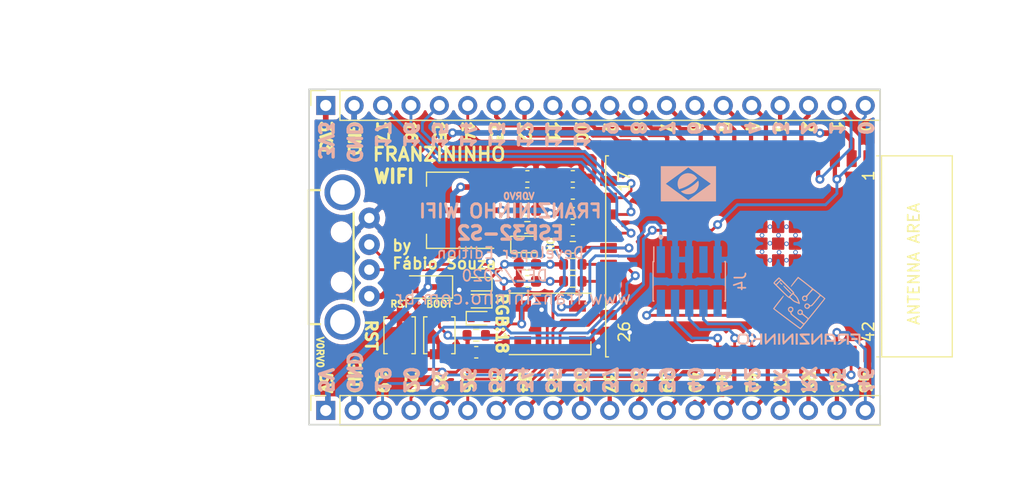
<source format=kicad_pcb>
(kicad_pcb (version 20171130) (host pcbnew 5.1.10-88a1d61d58~88~ubuntu20.04.1)
  (layers (0 Top signal) (31 Bottom signal) (34 B.Paste user) (35 F.Paste user) (36 B.SilkS user) (37 F.SilkS user) (38 B.Mask user) (39 F.Mask user) (44 Edge.Cuts user))
  (net 0 "")
  (net 1 GND)
  (net 2 +3V3)
  (net 3 VBUS)
  (net 4 GPIO20)
  (net 5 +5V)
  (net 6 GPIO19)
  (net 7 GPIO18)
  (net 8 "Net-(C6-Pad1)")
  (net 9 GPIO0)
  (net 10 GPIO1)
  (net 11 GPIO2)
  (net 12 GPIO3)
  (net 13 GPIO4)
  (net 14 GPIO5)
  (net 15 GPIO6)
  (net 16 GPIO7)
  (net 17 GPIO8)
  (net 18 GPIO9)
  (net 19 GPIO10)
  (net 20 GPIO11)
  (net 21 GPIO12)
  (net 22 GPIO13)
  (net 23 GPIO14)
  (net 24 GPIO15)
  (net 25 GPIO16)
  (net 26 GPIO17)
  (net 27 GPIO21)
  (net 28 GPIO26)
  (net 29 GPIO33)
  (net 30 GPIO34)
  (net 31 GPIO35)
  (net 32 GPIO36)
  (net 33 GPIO37)
  (net 34 GPIO38)
  (net 35 GPIO39)
  (net 36 GPIO40)
  (net 37 GPIO41)
  (net 38 GPIO42)
  (net 39 TXD0)
  (net 40 RXD0)
  (net 41 GPIO45)
  (net 42 GPIO46)
  (net 43 "Net-(C4-Pad1)")
  (net 44 "Net-(C5-Pad1)")
  (net 45 "Net-(D5-Pad2)")
  (net 46 "Net-(D6-Pad2)")
  (net 47 "Net-(J4-Pad7)")
  (net 48 "Net-(J4-Pad10)")
  (module Graphics:bandeiraBrasil (layer Bottom) (at 156.8958 98.4504)
    (fp_text reference G*** hide)
    (fp_text value LOGO hide)
  )
  (module Graphics:logo-franzininho12_7 (layer Bottom) (at 166.751 109.8296 180)
    (fp_text reference G*** hide)
    (fp_text value LOGO hide)
  )
  (module Connector_PinSocket_2.54mm:PinSocket_1x20_P2.54mm_Vertical (layer Top) (at 124.46 118.745 90)
    (fp_text reference J3 hide)
    (fp_text value Conn_01x20_Male)
    (pad 1 thru_hole rect (at 0 0 90) (size 1.7 1.7) (drill 1) (layers *.Cu *.Mask) (net 5 +5V))
    (pad 2 thru_hole oval (at 0 2.54 90) (size 1.7 1.7) (drill 1) (layers *.Cu *.Mask) (net 1 GND))
    (pad 3 thru_hole oval (at 0 5.08 90) (size 1.7 1.7) (drill 1) (layers *.Cu *.Mask) (net 6 GPIO19))
    (pad 4 thru_hole oval (at 0 7.62 90) (size 1.7 1.7) (drill 1) (layers *.Cu *.Mask) (net 4 GPIO20))
    (pad 5 thru_hole oval (at 0 10.16 90) (size 1.7 1.7) (drill 1) (layers *.Cu *.Mask) (net 27 GPIO21))
    (pad 6 thru_hole oval (at 0 12.7 90) (size 1.7 1.7) (drill 1) (layers *.Cu *.Mask) (net 28 GPIO26))
    (pad 7 thru_hole oval (at 0 15.24 90) (size 1.7 1.7) (drill 1) (layers *.Cu *.Mask) (net 29 GPIO33))
    (pad 8 thru_hole oval (at 0 17.78 90) (size 1.7 1.7) (drill 1) (layers *.Cu *.Mask) (net 30 GPIO34))
    (pad 9 thru_hole oval (at 0 20.32 90) (size 1.7 1.7) (drill 1) (layers *.Cu *.Mask) (net 31 GPIO35))
    (pad 10 thru_hole oval (at 0 22.86 90) (size 1.7 1.7) (drill 1) (layers *.Cu *.Mask) (net 32 GPIO36))
    (pad 11 thru_hole oval (at 0 25.4 90) (size 1.7 1.7) (drill 1) (layers *.Cu *.Mask) (net 33 GPIO37))
    (pad 12 thru_hole oval (at 0 27.94 90) (size 1.7 1.7) (drill 1) (layers *.Cu *.Mask) (net 34 GPIO38))
    (pad 13 thru_hole oval (at 0 30.48 90) (size 1.7 1.7) (drill 1) (layers *.Cu *.Mask) (net 35 GPIO39))
    (pad 14 thru_hole oval (at 0 33.02 90) (size 1.7 1.7) (drill 1) (layers *.Cu *.Mask) (net 36 GPIO40))
    (pad 15 thru_hole oval (at 0 35.56 90) (size 1.7 1.7) (drill 1) (layers *.Cu *.Mask) (net 37 GPIO41))
    (pad 16 thru_hole oval (at 0 38.1 90) (size 1.7 1.7) (drill 1) (layers *.Cu *.Mask) (net 38 GPIO42))
    (pad 17 thru_hole oval (at 0 40.64 90) (size 1.7 1.7) (drill 1) (layers *.Cu *.Mask) (net 39 TXD0))
    (pad 18 thru_hole oval (at 0 43.18 90) (size 1.7 1.7) (drill 1) (layers *.Cu *.Mask) (net 40 RXD0))
    (pad 19 thru_hole oval (at 0 45.72 90) (size 1.7 1.7) (drill 1) (layers *.Cu *.Mask) (net 41 GPIO45))
    (pad 20 thru_hole oval (at 0 48.26 90) (size 1.7 1.7) (drill 1) (layers *.Cu *.Mask) (net 42 GPIO46))
  )
  (module Capacitor_SMD:C_0603_1608Metric (layer Top) (at 146.558 99.314)
    (fp_text reference C2 hide)
    (fp_text value 100nF)
    (pad 1 smd roundrect (at -0.775 0) (size 0.9 0.95) (layers Top F.Paste F.Mask) (net 2 +3V3))
    (pad 2 smd roundrect (at 0.775 0) (size 0.9 0.95) (layers Top F.Paste F.Mask) (net 1 GND))
  )
  (module Resistor_SMD:R_0603_1608Metric (layer Top) (at 146.558 104.14)
    (fp_text reference R1 hide)
    (fp_text value 10k)
    (pad 1 smd roundrect (at -0.825 0) (size 0.8 0.95) (layers Top F.Paste F.Mask) (net 2 +3V3))
    (pad 2 smd roundrect (at 0.825 0) (size 0.8 0.95) (layers Top F.Paste F.Mask) (net 7 GPIO18))
  )
  (module Resistor_SMD:R_0603_1608Metric (layer Top) (at 137.922 112.014 180)
    (fp_text reference R2 hide)
    (fp_text value 10k)
    (pad 2 smd roundrect (at 0.825 0 180) (size 0.8 0.95) (layers Top F.Paste F.Mask) (net 8 "Net-(C6-Pad1)"))
    (pad 1 smd roundrect (at -0.825 0 180) (size 0.8 0.95) (layers Top F.Paste F.Mask) (net 2 +3V3))
  )
  (module esp32-s2:esp32-s2-wrooom (layer Top) (at 165.1 105 270)
    (fp_text reference U1 hide)
    (fp_text value esp32-s2-wroom)
    (fp_text user "ANTENNA AREA" (at 0.63 -11.96 90) (layer F.SilkS))
    (fp_text user 42 (at 6.698 -7.907 90) (layer F.SilkS))
    (fp_text user 26 (at 6.698 13.937 90) (layer F.SilkS))
    (fp_text user 17 (at -6.764 13.937 90) (layer F.SilkS))
    (fp_text user 1 (at -7.272 -7.907 90) (layer F.SilkS))
    (pad "" thru_hole circle (at -1.2268 0.9068 90) (size 0.4 0.4) (drill oval 0.25) (layers *.Cu *.Mask))
    (pad "" thru_hole circle (at -1.176 -0.5664 90) (size 0.4 0.4) (drill oval 0.25) (layers *.Cu *.Mask))
    (pad "" thru_hole circle (at -0.414 0.094 90) (size 0.4 0.4) (drill oval 0.25) (layers *.Cu *.Mask))
    (pad "" thru_hole circle (at -1.938 0.1448 90) (size 0.4 0.4) (drill oval 0.25) (layers *.Cu *.Mask))
    (pad "" thru_hole circle (at -2.7 0.9068 90) (size 0.4 0.4) (drill oval 0.25) (layers *.Cu *.Mask))
    (pad "" thru_hole circle (at -1.938 1.618 90) (size 0.4 0.4) (drill oval 0.25) (layers *.Cu *.Mask))
    (pad "" thru_hole circle (at -0.4648 1.618 90) (size 0.4 0.4) (drill oval 0.25) (layers *.Cu *.Mask))
    (pad "" thru_hole circle (at 0.2972 0.9068 90) (size 0.4 0.4) (drill oval 0.25) (layers *.Cu *.Mask))
    (pad "" thru_hole circle (at 0.2972 -0.5664 90) (size 0.4 0.4) (drill oval 0.25) (layers *.Cu *.Mask))
    (pad "" thru_hole circle (at -0.414 -1.3792 90) (size 0.4 0.4) (drill oval 0.25) (layers *.Cu *.Mask))
    (pad "" thru_hole circle (at -1.938 -1.3792 90) (size 0.4 0.4) (drill oval 0.25) (layers *.Cu *.Mask))
    (pad "" thru_hole circle (at -2.7 -0.5664 90) (size 0.4 0.4) (drill oval 0.25) (layers *.Cu *.Mask))
    (pad 43 smd roundrect (at 0.31 1.675 90) (size 1.1 1.1) (layers Top F.Paste F.Mask) (roundrect_rratio 0.079) (net 1 GND))
    (pad 43 smd roundrect (at -1.19 1.675 90) (size 1.1 1.1) (layers Top F.Paste F.Mask) (roundrect_rratio 0.079) (net 1 GND))
    (pad 43 smd roundrect (at -2.69 1.675 90) (size 1.1 1.1) (layers Top F.Paste F.Mask) (roundrect_rratio 0.079) (net 1 GND))
    (pad 43 smd roundrect (at 0.31 0.175 90) (size 1.1 1.1) (layers Top F.Paste F.Mask) (roundrect_rratio 0.079) (net 1 GND))
    (pad 43 smd roundrect (at -1.19 0.175 90) (size 1.1 1.1) (layers Top F.Paste F.Mask) (roundrect_rratio 0.079) (net 1 GND))
    (pad 43 smd roundrect (at -2.69 0.175 90) (size 1.1 1.1) (layers Top F.Paste F.Mask) (roundrect_rratio 0.079) (net 1 GND))
    (pad 43 smd roundrect (at 0.31 -1.325 90) (size 1.1 1.1) (layers Top F.Paste F.Mask) (roundrect_rratio 0.079) (net 1 GND))
    (pad 43 smd roundrect (at -1.19 -1.325 90) (size 1.1 1.1) (layers Top F.Paste F.Mask) (roundrect_rratio 0.079) (net 1 GND))
    (pad 43 smd roundrect (at -2.69 -1.325 90) (size 1.1 1.1) (layers Top F.Paste F.Mask) (roundrect_rratio 0.079) (net 1 GND))
    (pad 42 smd roundrect (at 8.7 -7.9 90) (size 1.5 0.9) (layers Top F.Paste F.Mask) (roundrect_rratio 0.079) (net 1 GND))
    (pad 41 smd roundrect (at 8.7 -6.4 90) (size 1.5 0.9) (layers Top F.Paste F.Mask) (roundrect_rratio 0.079) (net 8 "Net-(C6-Pad1)"))
    (pad 40 smd roundrect (at 8.7 -4.9 90) (size 1.5 0.9) (layers Top F.Paste F.Mask) (roundrect_rratio 0.079) (net 42 GPIO46))
    (pad 39 smd roundrect (at 8.7 -3.4 90) (size 1.5 0.9) (layers Top F.Paste F.Mask) (roundrect_rratio 0.079) (net 41 GPIO45))
    (pad 38 smd roundrect (at 8.7 -1.9 90) (size 1.5 0.9) (layers Top F.Paste F.Mask) (roundrect_rratio 0.079) (net 40 RXD0))
    (pad 37 smd roundrect (at 8.7 -0.4 90) (size 1.5 0.9) (layers Top F.Paste F.Mask) (roundrect_rratio 0.079) (net 39 TXD0))
    (pad 36 smd roundrect (at 8.7 1.1 90) (size 1.5 0.9) (layers Top F.Paste F.Mask) (roundrect_rratio 0.079) (net 38 GPIO42))
    (pad 35 smd roundrect (at 8.7 2.6 90) (size 1.5 0.9) (layers Top F.Paste F.Mask) (roundrect_rratio 0.079) (net 37 GPIO41))
    (pad 34 smd roundrect (at 8.7 4.1 90) (size 1.5 0.9) (layers Top F.Paste F.Mask) (roundrect_rratio 0.079) (net 36 GPIO40))
    (pad 33 smd roundrect (at 8.7 5.6 90) (size 1.5 0.9) (layers Top F.Paste F.Mask) (roundrect_rratio 0.079) (net 35 GPIO39))
    (pad 32 smd roundrect (at 8.7 7.1 90) (size 1.5 0.9) (layers Top F.Paste F.Mask) (roundrect_rratio 0.079) (net 34 GPIO38))
    (pad 31 smd roundrect (at 8.7 8.6 90) (size 1.5 0.9) (layers Top F.Paste F.Mask) (roundrect_rratio 0.079) (net 33 GPIO37))
    (pad 30 smd roundrect (at 8.7 10.1 90) (size 1.5 0.9) (layers Top F.Paste F.Mask) (roundrect_rratio 0.079) (net 32 GPIO36))
    (pad 29 smd roundrect (at 8.7 11.6 90) (size 1.5 0.9) (layers Top F.Paste F.Mask) (roundrect_rratio 0.079) (net 31 GPIO35))
    (pad 28 smd roundrect (at 8.7 13.1 90) (size 1.5 0.9) (layers Top F.Paste F.Mask) (roundrect_rratio 0.079) (net 30 GPIO34))
    (pad 27 smd roundrect (at 8.7 14.6 90) (size 1.5 0.9) (layers Top F.Paste F.Mask) (roundrect_rratio 0.079) (net 29 GPIO33))
    (pad 26 smd roundrect (at 6.7 15.35) (size 1.5 0.9) (layers Top F.Paste F.Mask) (roundrect_rratio 0.079) (net 1 GND))
    (pad 25 smd roundrect (at 5.2 15.35) (size 1.5 0.9) (layers Top F.Paste F.Mask) (roundrect_rratio 0.079) (net 28 GPIO26))
    (pad 24 smd roundrect (at 3.7 15.35) (size 1.5 0.9) (layers Top F.Paste F.Mask) (roundrect_rratio 0.079) (net 27 GPIO21))
    (pad 23 smd roundrect (at 2.2 15.35) (size 1.5 0.9) (layers Top F.Paste F.Mask) (roundrect_rratio 0.079) (net 4 GPIO20))
    (pad 22 smd roundrect (at 0.7 15.35) (size 1.5 0.9) (layers Top F.Paste F.Mask) (roundrect_rratio 0.079) (net 6 GPIO19))
    (pad 21 smd roundrect (at -0.8 15.35) (size 1.5 0.9) (layers Top F.Paste F.Mask) (roundrect_rratio 0.079) (net 7 GPIO18))
    (pad 20 smd roundrect (at -2.3 15.35) (size 1.5 0.9) (layers Top F.Paste F.Mask) (roundrect_rratio 0.079) (net 26 GPIO17))
    (pad 19 smd roundrect (at -3.8 15.35) (size 1.5 0.9) (layers Top F.Paste F.Mask) (roundrect_rratio 0.079) (net 25 GPIO16))
    (pad 18 smd roundrect (at -5.3 15.35) (size 1.5 0.9) (layers Top F.Paste F.Mask) (roundrect_rratio 0.079) (net 24 GPIO15))
    (pad 17 smd roundrect (at -6.8 15.35) (size 1.5 0.9) (layers Top F.Paste F.Mask) (roundrect_rratio 0.079) (net 23 GPIO14))
    (pad 16 smd roundrect (at -8.8 14.6 270) (size 1.5 0.9) (layers Top F.Paste F.Mask) (roundrect_rratio 0.079) (net 22 GPIO13))
    (pad 15 smd roundrect (at -8.8 13.1 270) (size 1.5 0.9) (layers Top F.Paste F.Mask) (roundrect_rratio 0.079) (net 21 GPIO12))
    (pad 14 smd roundrect (at -8.8 11.6 270) (size 1.5 0.9) (layers Top F.Paste F.Mask) (roundrect_rratio 0.079) (net 20 GPIO11))
    (pad 13 smd roundrect (at -8.8 10.1 270) (size 1.5 0.9) (layers Top F.Paste F.Mask) (roundrect_rratio 0.079) (net 19 GPIO10))
    (pad 12 smd roundrect (at -8.8 8.6 270) (size 1.5 0.9) (layers Top F.Paste F.Mask) (roundrect_rratio 0.079) (net 18 GPIO9))
    (pad 11 smd roundrect (at -8.8 7.1 270) (size 1.5 0.9) (layers Top F.Paste F.Mask) (roundrect_rratio 0.079) (net 17 GPIO8))
    (pad 10 smd roundrect (at -8.8 5.6 270) (size 1.5 0.9) (layers Top F.Paste F.Mask) (roundrect_rratio 0.079) (net 16 GPIO7))
    (pad 9 smd roundrect (at -8.8 4.1 270) (size 1.5 0.9) (layers Top F.Paste F.Mask) (roundrect_rratio 0.079) (net 15 GPIO6))
    (pad 8 smd roundrect (at -8.8 2.6 270) (size 1.5 0.9) (layers Top F.Paste F.Mask) (roundrect_rratio 0.079) (net 14 GPIO5))
    (pad 7 smd roundrect (at -8.8 1.1 270) (size 1.5 0.9) (layers Top F.Paste F.Mask) (roundrect_rratio 0.079) (net 13 GPIO4))
    (pad 6 smd roundrect (at -8.8 -0.4 270) (size 1.5 0.9) (layers Top F.Paste F.Mask) (roundrect_rratio 0.079) (net 12 GPIO3))
    (pad 5 smd roundrect (at -8.8 -1.9 270) (size 1.5 0.9) (layers Top F.Paste F.Mask) (roundrect_rratio 0.079) (net 11 GPIO2))
    (pad 4 smd roundrect (at -8.8 -3.4 270) (size 1.5 0.9) (layers Top F.Paste F.Mask) (roundrect_rratio 0.079) (net 10 GPIO1))
    (pad 3 smd roundrect (at -8.8 -4.9 270) (size 1.5 0.9) (layers Top F.Paste F.Mask) (roundrect_rratio 0.079) (net 9 GPIO0))
    (pad 2 smd roundrect (at -8.8 -6.4 270) (size 1.5 0.9) (layers Top F.Paste F.Mask) (roundrect_rratio 0.079) (net 2 +3V3))
    (pad 1 smd roundrect (at -8.8 -7.9 270) (size 1.5 0.9) (layers Top F.Paste F.Mask) (roundrect_rratio 0.079) (net 1 GND))
  )
  (module Capacitor_SMD:C_0603_1608Metric (layer Top) (at 146.558 97.79)
    (fp_text reference C1 hide)
    (fp_text value 10uF)
    (pad 1 smd roundrect (at -0.775 0) (size 0.9 0.95) (layers Top F.Paste F.Mask) (net 2 +3V3))
    (pad 2 smd roundrect (at 0.775 0) (size 0.9 0.95) (layers Top F.Paste F.Mask) (net 1 GND))
  )
  (module Capacitor_SMD:C_0603_1608Metric (layer Top) (at 142.494 97.79)
    (fp_text reference C3 hide)
    (fp_text value 10uF)
    (pad 1 smd roundrect (at -0.775 0) (size 0.9 0.95) (layers Top F.Paste F.Mask) (net 5 +5V))
    (pad 2 smd roundrect (at 0.775 0) (size 0.9 0.95) (layers Top F.Paste F.Mask) (net 1 GND))
  )
  (module Capacitor_SMD:C_0603_1608Metric (layer Top) (at 142.494 107.188 180)
    (fp_text reference C4 hide)
    (fp_text value 20pF)
    (pad 2 smd roundrect (at 0.775 0 180) (size 0.9 0.95) (layers Top F.Paste F.Mask) (net 1 GND))
    (pad 1 smd roundrect (at -0.775 0 180) (size 0.9 0.95) (layers Top F.Paste F.Mask) (net 43 "Net-(C4-Pad1)"))
  )
  (module Capacitor_SMD:C_0603_1608Metric (layer Top) (at 142.494 105.664 180)
    (fp_text reference C5 hide)
    (fp_text value 20pF)
    (pad 2 smd roundrect (at 0.775 0 180) (size 0.9 0.95) (layers Top F.Paste F.Mask) (net 1 GND))
    (pad 1 smd roundrect (at -0.775 0 180) (size 0.9 0.95) (layers Top F.Paste F.Mask) (net 44 "Net-(C5-Pad1)"))
  )
  (module Capacitor_SMD:C_0603_1608Metric (layer Top) (at 137.922 113.538)
    (fp_text reference C6 hide)
    (fp_text value 1uF)
    (pad 1 smd roundrect (at -0.775 0) (size 0.9 0.95) (layers Top F.Paste F.Mask) (net 8 "Net-(C6-Pad1)"))
    (pad 2 smd roundrect (at 0.775 0) (size 0.9 0.95) (layers Top F.Paste F.Mask) (net 1 GND))
  )
  (module Diode_SMD:D_SOD-123F (layer Top) (at 133.604 107.696 180)
    (fp_text reference D3 hide)
    (fp_text value 1N5819W)
    (pad 1 smd rect (at -1.4 0 180) (size 1.1 1.1) (layers Top F.Paste F.Mask) (net 5 +5V))
    (pad 2 smd rect (at 1.4 0 180) (size 1.1 1.1) (layers Top F.Paste F.Mask) (net 3 VBUS))
  )
  (module LIBS:USB-A-H (layer Top) (at 125.95235 105.0186)
    (fp_text reference J1 hide)
    (fp_text value USB-A-H hide)
    (pad GND thru_hole circle (at 2.4 -3.5 270) (size 1.8796 1.8796) (drill 0.9144) (layers *.Cu *.Mask) (net 1 GND))
    (pad D+ thru_hole circle (at 2.4 -1.127 270) (size 1.8796 1.8796) (drill 0.9144) (layers *.Cu *.Mask) (net 43 "Net-(C4-Pad1)"))
    (pad D- thru_hole circle (at 2.4 1.127 270) (size 1.8796 1.8796) (drill 0.9144) (layers *.Cu *.Mask) (net 44 "Net-(C5-Pad1)"))
    (pad VBUS thru_hole circle (at 2.4 3.5 270) (size 1.8796 1.8796) (drill 0.9144) (layers *.Cu *.Mask) (net 3 VBUS))
    (pad GND2 thru_hole circle (at 0 5.8 270) (size 3.216 3.216) (drill 2.2) (layers *.Cu *.Mask))
    (pad GND3 thru_hole circle (at 0 -5.8 270) (size 3.216 3.216) (drill 2.2) (layers *.Cu *.Mask))
    (pad "" np_thru_hole circle (at -0.1 -2.25) (size 1.1 1.1) (drill 1.1) (layers *.Cu))
    (pad "" np_thru_hole circle (at -0.1 2.25) (size 1.1 1.1) (drill 1.1) (layers *.Cu))
  )
  (module Resistor_SMD:R_0603_1608Metric (layer Top) (at 146.558 107.188)
    (fp_text reference R3 hide)
    (fp_text value 0)
    (pad 1 smd roundrect (at -0.825 0) (size 0.8 0.95) (layers Top F.Paste F.Mask) (net 43 "Net-(C4-Pad1)"))
    (pad 2 smd roundrect (at 0.825 0) (size 0.8 0.95) (layers Top F.Paste F.Mask) (net 4 GPIO20))
  )
  (module Resistor_SMD:R_0603_1608Metric (layer Top) (at 146.558 105.664 180)
    (fp_text reference R4 hide)
    (fp_text value 0)
    (pad 2 smd roundrect (at 0.825 0 180) (size 0.8 0.95) (layers Top F.Paste F.Mask) (net 44 "Net-(C5-Pad1)"))
    (pad 1 smd roundrect (at -0.825 0 180) (size 0.8 0.95) (layers Top F.Paste F.Mask) (net 6 GPIO19))
  )
  (module Diode_SMD:D_SOD-523 (layer Top) (at 138.176 110.49)
    (fp_text reference D1 hide)
    (fp_text value LESD5D5.0CT1G)
    (pad 2 smd rect (at 0.7 0 180) (size 0.6 0.7) (layers Top F.Paste F.Mask) (net 1 GND))
    (pad 1 smd rect (at -0.7 0 180) (size 0.6 0.7) (layers Top F.Paste F.Mask) (net 3 VBUS))
  )
  (module Diode_SMD:D_SOD-523 (layer Top) (at 138.176 108.966 180)
    (fp_text reference D2 hide)
    (fp_text value LESD5D5.0CT1G)
    (pad 1 smd rect (at -0.7 0) (size 0.6 0.7) (layers Top F.Paste F.Mask) (net 43 "Net-(C4-Pad1)"))
    (pad 2 smd rect (at 0.7 0) (size 0.6 0.7) (layers Top F.Paste F.Mask) (net 1 GND))
  )
  (module Diode_SMD:D_SOD-523 (layer Top) (at 138.176 107.442 180)
    (fp_text reference D4 hide)
    (fp_text value LESD5D5.0CT1G)
    (pad 2 smd rect (at 0.7 0) (size 0.6 0.7) (layers Top F.Paste F.Mask) (net 1 GND))
    (pad 1 smd rect (at -0.7 0) (size 0.6 0.7) (layers Top F.Paste F.Mask) (net 44 "Net-(C5-Pad1)"))
  )
  (module Capacitor_SMD:C_0603_1608Metric (layer Top) (at 142.494 100.838)
    (fp_text reference C7 hide)
    (fp_text value 10uF)
    (pad 2 smd roundrect (at 0.775 0) (size 0.9 0.95) (layers Top F.Paste F.Mask) (net 1 GND))
    (pad 1 smd roundrect (at -0.775 0) (size 0.9 0.95) (layers Top F.Paste F.Mask) (net 5 +5V))
  )
  (module Capacitor_SMD:C_0603_1608Metric (layer Top) (at 142.481 99.314)
    (fp_text reference C8 hide)
    (fp_text value 100nF)
    (pad 1 smd roundrect (at -0.775 0) (size 0.9 0.95) (layers Top F.Paste F.Mask) (net 5 +5V))
    (pad 2 smd roundrect (at 0.775 0) (size 0.9 0.95) (layers Top F.Paste F.Mask) (net 1 GND))
  )
  (module Capacitor_SMD:C_0603_1608Metric (layer Top) (at 146.558 102.616)
    (fp_text reference C9 hide)
    (fp_text value 10uF)
    (pad 2 smd roundrect (at 0.775 0) (size 0.9 0.95) (layers Top F.Paste F.Mask) (net 1 GND))
    (pad 1 smd roundrect (at -0.775 0) (size 0.9 0.95) (layers Top F.Paste F.Mask) (net 2 +3V3))
  )
  (module Capacitor_SMD:C_0603_1608Metric (layer Top) (at 146.545 101.092)
    (fp_text reference C10 hide)
    (fp_text value 100nF)
    (pad 1 smd roundrect (at -0.775 0) (size 0.9 0.95) (layers Top F.Paste F.Mask) (net 2 +3V3))
    (pad 2 smd roundrect (at 0.775 0) (size 0.9 0.95) (layers Top F.Paste F.Mask) (net 1 GND))
  )
  (module Package_TO_SOT_SMD:SOT-223-3_TabPin2 (layer Top) (at 135.382 100.824 180)
    (fp_text reference U2 hide)
    (fp_text value BL1117-33CX hide)
    (pad 2 smd rect (at 3.15 0 180) (size 2 3.8) (layers Top F.Paste F.Mask) (net 2 +3V3))
    (pad 2 smd rect (at -3.15 0 180) (size 2 1.5) (layers Top F.Paste F.Mask) (net 2 +3V3))
    (pad 3 smd rect (at -3.15 2.3 180) (size 2 1.5) (layers Top F.Paste F.Mask) (net 5 +5V))
    (pad 1 smd rect (at -3.15 -2.3 180) (size 2 1.5) (layers Top F.Paste F.Mask) (net 1 GND))
  )
  (module Connector_PinSocket_2.54mm:PinSocket_1x20_P2.54mm_Vertical (layer Top) (at 124.46 91.44 90)
    (fp_text reference J2 hide)
    (fp_text value Conn_01x20_Male)
    (pad 1 thru_hole rect (at 0 0 90) (size 1.7 1.7) (drill 1) (layers *.Cu *.Mask) (net 2 +3V3))
    (pad 2 thru_hole oval (at 0 2.54 90) (size 1.7 1.7) (drill 1) (layers *.Cu *.Mask) (net 1 GND))
    (pad 3 thru_hole oval (at 0 5.08 90) (size 1.7 1.7) (drill 1) (layers *.Cu *.Mask) (net 26 GPIO17))
    (pad 4 thru_hole oval (at 0 7.62 90) (size 1.7 1.7) (drill 1) (layers *.Cu *.Mask) (net 25 GPIO16))
    (pad 5 thru_hole oval (at 0 10.16 90) (size 1.7 1.7) (drill 1) (layers *.Cu *.Mask) (net 24 GPIO15))
    (pad 6 thru_hole oval (at 0 12.7 90) (size 1.7 1.7) (drill 1) (layers *.Cu *.Mask) (net 23 GPIO14))
    (pad 7 thru_hole oval (at 0 15.24 90) (size 1.7 1.7) (drill 1) (layers *.Cu *.Mask) (net 22 GPIO13))
    (pad 8 thru_hole oval (at 0 17.78 90) (size 1.7 1.7) (drill 1) (layers *.Cu *.Mask) (net 21 GPIO12))
    (pad 9 thru_hole oval (at 0 20.32 90) (size 1.7 1.7) (drill 1) (layers *.Cu *.Mask) (net 20 GPIO11))
    (pad 10 thru_hole oval (at 0 22.86 90) (size 1.7 1.7) (drill 1) (layers *.Cu *.Mask) (net 19 GPIO10))
    (pad 11 thru_hole oval (at 0 25.4 90) (size 1.7 1.7) (drill 1) (layers *.Cu *.Mask) (net 18 GPIO9))
    (pad 12 thru_hole oval (at 0 27.94 90) (size 1.7 1.7) (drill 1) (layers *.Cu *.Mask) (net 17 GPIO8))
    (pad 13 thru_hole oval (at 0 30.48 90) (size 1.7 1.7) (drill 1) (layers *.Cu *.Mask) (net 16 GPIO7))
    (pad 14 thru_hole oval (at 0 33.02 90) (size 1.7 1.7) (drill 1) (layers *.Cu *.Mask) (net 15 GPIO6))
    (pad 15 thru_hole oval (at 0 35.56 90) (size 1.7 1.7) (drill 1) (layers *.Cu *.Mask) (net 14 GPIO5))
    (pad 16 thru_hole oval (at 0 38.1 90) (size 1.7 1.7) (drill 1) (layers *.Cu *.Mask) (net 13 GPIO4))
    (pad 17 thru_hole oval (at 0 40.64 90) (size 1.7 1.7) (drill 1) (layers *.Cu *.Mask) (net 12 GPIO3))
    (pad 18 thru_hole oval (at 0 43.18 90) (size 1.7 1.7) (drill 1) (layers *.Cu *.Mask) (net 11 GPIO2))
    (pad 19 thru_hole oval (at 0 45.72 90) (size 1.7 1.7) (drill 1) (layers *.Cu *.Mask) (net 10 GPIO1))
    (pad 20 thru_hole oval (at 0 48.26 90) (size 1.7 1.7) (drill 1) (layers *.Cu *.Mask) (net 9 GPIO0))
  )
  (module LED_SMD:LED_0603_1608Metric (layer Top) (at 142.494 103.886)
    (fp_text reference D5 hide)
    (fp_text value LED)
    (pad 1 smd roundrect (at -0.7875 0) (size 0.875 0.95) (layers Top F.Paste F.Mask) (net 1 GND))
    (pad 2 smd roundrect (at 0.7875 0) (size 0.875 0.95) (layers Top F.Paste F.Mask) (net 45 "Net-(D5-Pad2)"))
  )
  (module Resistor_SMD:R_0603_1608Metric (layer Top) (at 142.494 102.362)
    (fp_text reference R5 hide)
    (fp_text value 10k)
    (pad 1 smd roundrect (at -0.825 0) (size 0.8 0.95) (layers Top F.Paste F.Mask) (net 5 +5V))
    (pad 2 smd roundrect (at 0.825 0) (size 0.8 0.95) (layers Top F.Paste F.Mask) (net 45 "Net-(D5-Pad2)"))
  )
  (module Button_Switch_SMD:SW_SPST_B3U-1000P (layer Top) (at 131.064 112.014 90)
    (fp_text reference SW1 hide)
    (fp_text value SW_Push)
    (pad 2 smd rect (at 1.7 0 90) (size 0.9 1.7) (layers Top F.Paste F.Mask) (net 1 GND))
    (pad 1 smd rect (at -1.7 0 90) (size 0.9 1.7) (layers Top F.Paste F.Mask) (net 8 "Net-(C6-Pad1)"))
  )
  (module Button_Switch_SMD:SW_SPST_B3U-1000P (layer Top) (at 134.62 112.014 270)
    (fp_text reference SW2 hide)
    (fp_text value SW_Push)
    (pad 1 smd rect (at -1.7 0 270) (size 0.9 1.7) (layers Top F.Paste F.Mask) (net 9 GPIO0))
    (pad 2 smd rect (at 1.7 0 270) (size 0.9 1.7) (layers Top F.Paste F.Mask) (net 1 GND))
  )
  (module LED_SMD:LED_WS2812B_PLCC4_5.0x5.0mm_P3.2mm (layer Top) (at 144.526 110.998)
    (fp_text reference D6 hide)
    (fp_text value WS2812B)
    (pad 3 smd rect (at 2.45 1.6) (size 1.5 1) (layers Top F.Paste F.Mask) (net 1 GND))
    (pad 4 smd rect (at 2.45 -1.6) (size 1.5 1) (layers Top F.Paste F.Mask) (net 7 GPIO18))
    (pad 2 smd rect (at -2.45 1.6) (size 1.5 1) (layers Top F.Paste F.Mask) (net 46 "Net-(D6-Pad2)"))
    (pad 1 smd rect (at -2.45 -1.6) (size 1.5 1) (layers Top F.Paste F.Mask) (net 2 +3V3))
  )
  (module Connector_PinHeader_1.27mm:PinHeader_2x05_P1.27mm_Vertical_SMD (layer Bottom) (at 156.972 107.188 270)
    (fp_text reference J4 (at 0 -4.572 90) (layer B.SilkS) (effects (justify mirror)))
    (fp_text value Conn_ARM_JTAG_SWD_10)
    (pad 1 smd rect (at -1.95 2.54 270) (size 2.4 0.74) (layers Bottom B.Paste B.Mask) (net 2 +3V3))
    (pad 2 smd rect (at 1.95 2.54 270) (size 2.4 0.74) (layers Bottom B.Paste B.Mask) (net 38 GPIO42))
    (pad 3 smd rect (at -1.95 1.27 270) (size 2.4 0.74) (layers Bottom B.Paste B.Mask) (net 1 GND))
    (pad 4 smd rect (at 1.95 1.27 270) (size 2.4 0.74) (layers Bottom B.Paste B.Mask) (net 35 GPIO39))
    (pad 5 smd rect (at -1.95 0 270) (size 2.4 0.74) (layers Bottom B.Paste B.Mask) (net 1 GND))
    (pad 6 smd rect (at 1.95 0 270) (size 2.4 0.74) (layers Bottom B.Paste B.Mask) (net 36 GPIO40))
    (pad 7 smd rect (at -1.95 -1.27 270) (size 2.4 0.74) (layers Bottom B.Paste B.Mask) (net 47 "Net-(J4-Pad7)"))
    (pad 8 smd rect (at 1.95 -1.27 270) (size 2.4 0.74) (layers Bottom B.Paste B.Mask) (net 37 GPIO41))
    (pad 9 smd rect (at -1.95 -2.54 270) (size 2.4 0.74) (layers Bottom B.Paste B.Mask) (net 1 GND))
    (pad 10 smd rect (at 1.95 -2.54 270) (size 2.4 0.74) (layers Bottom B.Paste B.Mask) (net 48 "Net-(J4-Pad10)"))
  )
  (gr_text "V0RV0\n" (at 141.732 99.568) (layer B.SilkS) (effects (font (size 0.6 0.6)) (justify mirror)))
  (gr_text DEZ/2020 (at 140.462 106.68) (layer B.SilkS) (effects (font (size 1 1)) (justify mirror)))
  (gr_text "Developer Edition" (at 140.97 104.648) (layer B.SilkS) (effects (font (size 1 1)) (justify mirror)))
  (gr_text ESP32-S2 (at 140.97 102.87) (layer B.SilkS) (effects (font (size 1.2 1.2) (thickness 0.3)) (justify mirror)))
  (gr_text "FRANZININHO WIFI" (at 140.97 101.6) (layer B.SilkS) (effects (font (size 1.2 1.2) (thickness 0.25)) (justify bottom mirror)))
  (gr_text "V0RV0\n" (at 123.952 113.538 270) (layer F.SilkS) (effects (font (size 0.6 0.6))))
  (gr_text ON (at 144.526 103.886 270) (layer F.SilkS) (effects (font (size 0.6 0.6))))
  (gr_text RST (at 131.064 109.22) (layer F.SilkS) (effects (font (size 0.6 0.6))))
  (gr_text BOOT (at 134.62 109.22) (layer F.SilkS) (effects (font (size 0.6 0.6))))
  (gr_text RST (at 128.524 113.538 270) (layer F.SilkS) (effects (font (size 1 1) (thickness 0.25)) (justify right)))
  (gr_text RGB:18 (at 140.208 113.792 270) (layer F.SilkS) (effects (font (size 1 1) (thickness 0.25)) (justify right)))
  (gr_text 36 (at 147.32 117.348 270) (layer B.SilkS) (effects (font (size 1.2 1.2) (thickness 0.3)) (justify left mirror)))
  (gr_text 26 (at 137.16 117.348 270) (layer B.SilkS) (effects (font (size 1.2 1.2) (thickness 0.3)) (justify left mirror)))
  (gr_text 5V (at 124.46 117.348 270) (layer B.SilkS) (effects (font (size 1.2 1.2) (thickness 0.3)) (justify left mirror)))
  (gr_text 21 (at 134.62 117.348 270) (layer B.SilkS) (effects (font (size 1.2 1.2) (thickness 0.3)) (justify left mirror)))
  (gr_text 19 (at 129.54 117.348 270) (layer B.SilkS) (effects (font (size 1.2 1.2) (thickness 0.3)) (justify left mirror)))
  (gr_text TX (at 165.167714 117.348 270) (layer B.SilkS) (effects (font (size 1.2 1.2) (thickness 0.3)) (justify left mirror)))
  (gr_text 40 (at 157.48 117.348 270) (layer B.SilkS) (effects (font (size 1.2 1.2) (thickness 0.3)) (justify left mirror)))
  (gr_text 20 (at 132.08 117.348 270) (layer B.SilkS) (effects (font (size 1.2 1.2) (thickness 0.3)) (justify left mirror)))
  (gr_text 46 (at 172.72 117.348 270) (layer B.SilkS) (effects (font (size 1.2 1.2) (thickness 0.3)) (justify left mirror)))
  (gr_text 34 (at 142.24 117.348 270) (layer B.SilkS) (effects (font (size 1.2 1.2) (thickness 0.3)) (justify left mirror)))
  (gr_text 42 (at 162.56 117.348 270) (layer B.SilkS) (effects (font (size 1.2 1.2) (thickness 0.3)) (justify left mirror)))
  (gr_text 35 (at 144.78 117.348 270) (layer B.SilkS) (effects (font (size 1.2 1.2) (thickness 0.3)) (justify left mirror)))
  (gr_text 45 (at 170.18 117.348 270) (layer B.SilkS) (effects (font (size 1.2 1.2) (thickness 0.3)) (justify left mirror)))
  (gr_text RX (at 167.64 117.348 270) (layer B.SilkS) (effects (font (size 1.2 1.2) (thickness 0.3)) (justify left mirror)))
  (gr_text 39 (at 154.94 117.348 270) (layer B.SilkS) (effects (font (size 1.2 1.2) (thickness 0.3)) (justify left mirror)))
  (gr_text 37 (at 149.86 117.348 270) (layer B.SilkS) (effects (font (size 1.2 1.2) (thickness 0.3)) (justify left mirror)))
  (gr_text 41 (at 160.02 117.348 270) (layer B.SilkS) (effects (font (size 1.2 1.2) (thickness 0.3)) (justify left mirror)))
  (gr_text 38 (at 152.4 117.348 270) (layer B.SilkS) (effects (font (size 1.2 1.2) (thickness 0.3)) (justify left mirror)))
  (gr_text 33 (at 139.7 117.348 270) (layer B.SilkS) (effects (font (size 1.2 1.2) (thickness 0.3)) (justify left mirror)))
  (gr_text GND (at 127 117.348 270) (layer B.SilkS) (effects (font (size 1.2 1.2) (thickness 0.3)) (justify left mirror)))
  (gr_text 5V (at 124.46 117.348 270) (layer F.SilkS) (effects (font (size 1 1) (thickness 0.25)) (justify right)))
  (gr_text GND (at 127 117.348 270) (layer F.SilkS) (effects (font (size 1 1) (thickness 0.25)) (justify right)))
  (gr_text 20 (at 132.08 117.348 270) (layer F.SilkS) (effects (font (size 1 1) (thickness 0.25)) (justify right)))
  (gr_text 19 (at 129.54 117.348 270) (layer F.SilkS) (effects (font (size 1 1) (thickness 0.25)) (justify right)))
  (gr_text 21 (at 134.62 117.348 270) (layer F.SilkS) (effects (font (size 1 1) (thickness 0.25)) (justify right)))
  (gr_text 26 (at 137.16 117.348 270) (layer F.SilkS) (effects (font (size 1 1) (thickness 0.25)) (justify right)))
  (gr_text 33 (at 139.7 117.348 270) (layer F.SilkS) (effects (font (size 1 1) (thickness 0.25)) (justify right)))
  (gr_text 34 (at 142.24 117.348 270) (layer F.SilkS) (effects (font (size 1 1) (thickness 0.25)) (justify right)))
  (gr_text 35 (at 144.78 117.348 270) (layer F.SilkS) (effects (font (size 1 1) (thickness 0.25)) (justify right)))
  (gr_text 36 (at 147.32 117.348 270) (layer F.SilkS) (effects (font (size 1 1) (thickness 0.25)) (justify right)))
  (gr_text 37 (at 149.86 117.348 270) (layer F.SilkS) (effects (font (size 1 1) (thickness 0.25)) (justify right)))
  (gr_text 38 (at 152.4 117.348 270) (layer F.SilkS) (effects (font (size 1 1) (thickness 0.25)) (justify right)))
  (gr_text 39 (at 154.94 117.348 270) (layer F.SilkS) (effects (font (size 1 1) (thickness 0.25)) (justify right)))
  (gr_text 40 (at 157.48 117.348 270) (layer F.SilkS) (effects (font (size 1 1) (thickness 0.25)) (justify right)))
  (gr_text 41 (at 160.02 117.348 270) (layer F.SilkS) (effects (font (size 1 1) (thickness 0.25)) (justify right)))
  (gr_text 42 (at 162.56 117.348 270) (layer F.SilkS) (effects (font (size 1 1) (thickness 0.25)) (justify right)))
  (gr_text TX (at 165.1 117.348 270) (layer F.SilkS) (effects (font (size 1 1) (thickness 0.25)) (justify right)))
  (gr_text RX (at 167.64 117.348 270) (layer F.SilkS) (effects (font (size 1 1) (thickness 0.25)) (justify right)))
  (gr_text 45 (at 170.18 117.348 270) (layer F.SilkS) (effects (font (size 1 1) (thickness 0.25)) (justify right)))
  (gr_text 46 (at 172.72 117.348 270) (layer F.SilkS) (effects (font (size 1 1) (thickness 0.25)) (justify right)))
  (gr_text 16 (at 132.08 92.71 270) (layer B.SilkS) (effects (font (size 1.2 1.2) (thickness 0.3)) (justify right mirror)))
  (gr_text 10 (at 147.32 92.71 270) (layer B.SilkS) (effects (font (size 1.2 1.2) (thickness 0.3)) (justify right mirror)))
  (gr_text 14 (at 137.16 92.71 270) (layer B.SilkS) (effects (font (size 1.2 1.2) (thickness 0.3)) (justify right mirror)))
  (gr_text 9 (at 149.86 92.71 270) (layer B.SilkS) (effects (font (size 1.2 1.2) (thickness 0.3)) (justify right mirror)))
  (gr_text 4 (at 162.56 92.71 270) (layer B.SilkS) (effects (font (size 1.2 1.2) (thickness 0.3)) (justify right mirror)))
  (gr_text 3V3 (at 124.46 92.71 270) (layer B.SilkS) (effects (font (size 1.2 1.2) (thickness 0.3)) (justify right mirror)))
  (gr_text 15 (at 134.62 92.71 270) (layer B.SilkS) (effects (font (size 1.2 1.2) (thickness 0.3)) (justify right mirror)))
  (gr_text 12 (at 142.24 92.71 270) (layer B.SilkS) (effects (font (size 1.2 1.2) (thickness 0.3)) (justify right mirror)))
  (gr_text GND (at 127 92.71 270) (layer B.SilkS) (effects (font (size 1.2 1.2) (thickness 0.3)) (justify right mirror)))
  (gr_text 13 (at 139.7 92.71 270) (layer B.SilkS) (effects (font (size 1.2 1.2) (thickness 0.3)) (justify right mirror)))
  (gr_text 8 (at 152.4 92.71 270) (layer B.SilkS) (effects (font (size 1.2 1.2) (thickness 0.3)) (justify right mirror)))
  (gr_text 11 (at 144.78 92.71 270) (layer B.SilkS) (effects (font (size 1.2 1.2) (thickness 0.3)) (justify right mirror)))
  (gr_text 5 (at 160.02 92.71 270) (layer B.SilkS) (effects (font (size 1.2 1.2) (thickness 0.3)) (justify right mirror)))
  (gr_text 6 (at 157.48 92.71 270) (layer B.SilkS) (effects (font (size 1.2 1.2) (thickness 0.3)) (justify right mirror)))
  (gr_text 3 (at 165.1 92.71 270) (layer B.SilkS) (effects (font (size 1.2 1.2) (thickness 0.3)) (justify right mirror)))
  (gr_text 17 (at 129.54 92.71 270) (layer B.SilkS) (effects (font (size 1.2 1.2) (thickness 0.3)) (justify right mirror)))
  (gr_text 7 (at 154.94 92.71 270) (layer B.SilkS) (effects (font (size 1.2 1.2) (thickness 0.3)) (justify right mirror)))
  (gr_text 2 (at 167.64 92.71 270) (layer B.SilkS) (effects (font (size 1.2 1.2) (thickness 0.3)) (justify right mirror)))
  (gr_text 1 (at 170.18 92.71 270) (layer B.SilkS) (effects (font (size 1.2 1.2) (thickness 0.3)) (justify right mirror)))
  (gr_text 0 (at 172.72 92.71 270) (layer B.SilkS) (effects (font (size 1.2 1.2) (thickness 0.3)) (justify right mirror)))
  (gr_text 3V3 (at 124.46 92.71 270) (layer F.SilkS) (effects (font (size 1 1) (thickness 0.25)) (justify left)))
  (gr_text GND (at 127 92.71 270) (layer F.SilkS) (effects (font (size 1 1) (thickness 0.25)) (justify left)))
  (gr_text 17 (at 129.54 92.71 270) (layer F.SilkS) (effects (font (size 1 1) (thickness 0.25)) (justify left)))
  (gr_text 16 (at 132.08 92.71 270) (layer F.SilkS) (effects (font (size 1 1) (thickness 0.25)) (justify left)))
  (gr_text 15 (at 134.62 92.71 270) (layer F.SilkS) (effects (font (size 1 1) (thickness 0.25)) (justify left)))
  (gr_text 14 (at 137.16 92.71 270) (layer F.SilkS) (effects (font (size 1 1) (thickness 0.25)) (justify left)))
  (gr_text 13 (at 139.7 92.71 270) (layer F.SilkS) (effects (font (size 1 1) (thickness 0.25)) (justify left)))
  (gr_text 12 (at 142.24 92.71 270) (layer F.SilkS) (effects (font (size 1 1) (thickness 0.25)) (justify left)))
  (gr_text 11 (at 144.78 92.71 270) (layer F.SilkS) (effects (font (size 1 1) (thickness 0.25)) (justify left)))
  (gr_text 10 (at 147.32 92.71 270) (layer F.SilkS) (effects (font (size 1 1) (thickness 0.25)) (justify left)))
  (gr_text 9 (at 149.86 92.71 270) (layer F.SilkS) (effects (font (size 1 1) (thickness 0.25)) (justify left)))
  (gr_text 8 (at 152.4 92.71 270) (layer F.SilkS) (effects (font (size 1 1) (thickness 0.25)) (justify left)))
  (gr_text 7 (at 154.94 92.71 270) (layer F.SilkS) (effects (font (size 1 1) (thickness 0.25)) (justify left)))
  (gr_text 6 (at 157.48 92.71 270) (layer F.SilkS) (effects (font (size 1 1) (thickness 0.25)) (justify left)))
  (gr_text 5 (at 160.02 92.71 270) (layer F.SilkS) (effects (font (size 1 1) (thickness 0.25)) (justify left)))
  (gr_text 4 (at 162.56 92.71 270) (layer F.SilkS) (effects (font (size 1 1) (thickness 0.25)) (justify left)))
  (gr_text 3 (at 165.1 92.71 270) (layer F.SilkS) (effects (font (size 1 1) (thickness 0.25)) (justify left)))
  (gr_text 2 (at 167.64 92.71 270) (layer F.SilkS) (effects (font (size 1 1) (thickness 0.25)) (justify left)))
  (gr_text 1 (at 170.18 92.71 270) (layer F.SilkS) (effects (font (size 1 1) (thickness 0.25)) (justify left)))
  (gr_text 0 (at 172.72 92.71 270) (layer F.SilkS) (effects (font (size 1 1) (thickness 0.25)) (justify left)))
  (gr_text . (at 154.432 102.616) (layer B.SilkS) (effects (font (size 1.5 1.5) (thickness 0.3)) (justify mirror)))
  (gr_text www.franzininho.com.br (at 141.224 107.95) (layer B.SilkS) (effects (font (size 1.2 1.2) (thickness 0.1524)) (justify top mirror)))
  (gr_text "by\nFábio Souza" (at 130.302 106.172) (layer F.SilkS) (effects (font (size 1 1) (thickness 0.2)) (justify left bottom)))
  (gr_text WIFI (at 130.556 97.79) (layer F.SilkS) (effects (font (size 1.2 1.2) (thickness 0.3))))
  (gr_line (start 122.96735 120.0186) (end 174.03485 120.0186) (layer Edge.Cuts) (width 0.15))
  (gr_line (start 174.03485 120.0186) (end 174.03485 89.9886) (layer Edge.Cuts) (width 0.15))
  (gr_line (start 174.03485 89.9886) (end 122.96735 89.9886) (layer Edge.Cuts) (width 0.15))
  (gr_line (start 122.96735 89.9886) (end 122.96735 120.0186) (layer Edge.Cuts) (width 0.15))
  (gr_text FRANZININHO (at 128.524 96.52) (layer F.SilkS) (effects (font (size 1.2 1.2) (thickness 0.25)) (justify left bottom)))
  (via (at 143.764 109.728) (size 0.8) (drill 0.4) (layers Top Bottom) (net 1))
  (segment (start 137.476 108.966) (end 137.476 109.09) (width 0.254) (layer Top) (net 1))
  (via (at 148.844 113.03) (size 0.8) (drill 0.4) (layers Top Bottom) (net 1))
  (via (at 136.398 107.95) (size 0.8) (drill 0.4) (layers Top Bottom) (net 1))
  (via (at 151.638 111.76) (size 0.8) (drill 0.4) (layers Top Bottom) (net 1))
  (via (at 171.45 116.84) (size 0.8) (drill 0.4) (layers Top Bottom) (net 1))
  (via (at 134.366 116.332) (size 0.8) (drill 0.4) (layers Top Bottom) (net 1))
  (segment (start 134.874 113.968) (end 134.62 113.714) (width 0.25) (layer Top) (net 1))
  (segment (start 131.064 110.314) (end 131.064 110.998) (width 0.25) (layer Top) (net 1))
  (segment (start 171.437 96.137) (end 171.5 96.2) (width 0.381) (layer Top) (net 2))
  (segment (start 145.783 104.09) (end 145.733 104.14) (width 0.508) (layer Top) (net 2))
  (segment (start 145.733 97.84) (end 145.783 97.79) (width 0.508) (layer Top) (net 2))
  (segment (start 145.733 104.14) (end 145.733 97.84) (width 0.508) (layer Top) (net 2))
  (segment (start 142.076 109.398) (end 142.062 109.398) (width 0.381) (layer Top) (net 2))
  (segment (start 142.076 109.398) (end 141.808 109.398) (width 0.381) (layer Top) (net 2))
  (segment (start 124.46 91.44) (end 124.46 94.234) (width 0.508) (layer Top) (net 2))
  (segment (start 124.46 94.234) (end 126.238 96.012) (width 0.508) (layer Top) (net 2))
  (segment (start 126.238 96.012) (end 130.302 96.012) (width 0.508) (layer Top) (net 2))
  (segment (start 130.302 96.012) (end 132.232 97.942) (width 0.508) (layer Top) (net 2))
  (segment (start 138.532 100.824) (end 132.232 100.824) (width 0.508) (layer Top) (net 2))
  (via (at 140.208 100.838) (size 0.8) (drill 0.4) (layers Top Bottom) (net 2))
  (segment (start 138.532 100.824) (end 140.194 100.824) (width 0.508) (layer Top) (net 2))
  (segment (start 140.194 100.824) (end 140.208 100.838) (width 0.508) (layer Top) (net 2))
  (via (at 144.526 101.092) (size 0.8) (drill 0.4) (layers Top Bottom) (net 2))
  (segment (start 140.208 100.838) (end 144.272 100.838) (width 0.508) (layer Bottom) (net 2))
  (segment (start 144.272 100.838) (end 144.526 101.092) (width 0.508) (layer Bottom) (net 2))
  (segment (start 144.526 101.092) (end 145.77 101.092) (width 0.508) (layer Top) (net 2))
  (via (at 168.656 93.9165) (size 0.8) (drill 0.4) (layers Top Bottom) (net 2))
  (segment (start 168.656 93.9) (end 136.5885 93.9) (width 0.508) (layer Bottom) (net 2))
  (via (at 135.8 93.89) (size 0.8) (drill 0.4) (layers Top Bottom) (net 2))
  (segment (start 132.232 98.2465) (end 132.232 98.2595) (width 0.381) (layer Top) (net 2))
  (segment (start 132.232 97.942) (end 132.232 98.2595) (width 0.508) (layer Top) (net 2))
  (segment (start 132.232 98.2595) (end 132.232 100.824) (width 0.508) (layer Top) (net 2))
  (segment (start 132.232 97.458) (end 132.232 97.942) (width 0.508) (layer Top) (net 2))
  (segment (start 135.8 93.89) (end 132.232 97.458) (width 0.508) (layer Top) (net 2))
  (segment (start 168.656 93.9165) (end 170.8785 93.9165) (width 0.508) (layer Top) (net 2))
  (segment (start 171.5 94.538) (end 171.5 96.2) (width 0.508) (layer Top) (net 2))
  (segment (start 170.8785 93.9165) (end 171.5 94.538) (width 0.508) (layer Top) (net 2))
  (segment (start 145.733 104.14) (end 144.526 104.14) (width 0.254) (layer Top) (net 2))
  (via (at 144.526 104.14) (size 0.8) (drill 0.4) (layers Top Bottom) (net 2))
  (via (at 141.986 110.998) (size 0.8) (drill 0.4) (layers Top Bottom) (net 2))
  (segment (start 143.002 108.458) (end 141.986 109.474) (width 0.254) (layer Bottom) (net 2))
  (segment (start 144.78 108.458) (end 143.002 108.458) (width 0.254) (layer Bottom) (net 2))
  (segment (start 144.526 104.14) (end 145.796 105.41) (width 0.254) (layer Bottom) (net 2))
  (segment (start 145.796 105.41) (end 145.796 107.442) (width 0.254) (layer Bottom) (net 2))
  (segment (start 140.97 110.998) (end 141.986 110.998) (width 0.254) (layer Top) (net 2))
  (segment (start 139.954 112.014) (end 140.97 110.998) (width 0.254) (layer Top) (net 2))
  (segment (start 139.954 112.014) (end 138.747 112.014) (width 0.254) (layer Top) (net 2))
  (segment (start 136.5785 93.89) (end 136.5885 93.9) (width 0.508) (layer Bottom) (net 2))
  (segment (start 135.8 93.89) (end 136.5785 93.89) (width 0.508) (layer Bottom) (net 2))
  (segment (start 141.986 109.474) (end 141.986 110.998) (width 0.254) (layer Bottom) (net 2))
  (segment (start 141.986 109.488) (end 142.076 109.398) (width 0.508) (layer Top) (net 2))
  (segment (start 141.986 110.998) (end 141.986 109.488) (width 0.508) (layer Top) (net 2))
  (segment (start 144.907 108.331) (end 144.78 108.458) (width 0.254) (layer Bottom) (net 2))
  (segment (start 145.796 107.442) (end 144.907 108.331) (width 0.254) (layer Bottom) (net 2))
  (segment (start 153.321039 101.888999) (end 154.018961 101.888999) (width 0.254) (layer Bottom) (net 2))
  (segment (start 152.942999 102.267039) (end 153.321039 101.888999) (width 0.254) (layer Bottom) (net 2))
  (segment (start 152.942999 102.700935) (end 152.942999 102.267039) (width 0.254) (layer Bottom) (net 2))
  (segment (start 152.418991 103.224942) (end 152.942999 102.700935) (width 0.254) (layer Bottom) (net 2))
  (segment (start 152.418991 104.629009) (end 152.418991 103.224942) (width 0.254) (layer Bottom) (net 2))
  (segment (start 154.432 102.302038) (end 154.432 105.238) (width 0.254) (layer Bottom) (net 2))
  (segment (start 144.814999 108.423001) (end 144.814999 109.822961) (width 0.254) (layer Bottom) (net 2))
  (segment (start 154.018961 101.888999) (end 154.432 102.302038) (width 0.254) (layer Bottom) (net 2))
  (segment (start 144.814999 109.822961) (end 145.193039 110.201001) (width 0.254) (layer Bottom) (net 2))
  (segment (start 144.907 108.331) (end 144.814999 108.423001) (width 0.254) (layer Bottom) (net 2))
  (segment (start 145.193039 110.201001) (end 146.846999 110.201001) (width 0.254) (layer Bottom) (net 2))
  (segment (start 148.082 108.966) (end 148.082 105.41) (width 0.254) (layer Bottom) (net 2))
  (segment (start 146.846999 110.201001) (end 148.082 108.966) (width 0.254) (layer Bottom) (net 2))
  (segment (start 148.082 105.41) (end 148.59 104.902) (width 0.254) (layer Bottom) (net 2))
  (segment (start 148.59 104.902) (end 150.622 104.902) (width 0.254) (layer Bottom) (net 2))
  (segment (start 152.120999 104.927001) (end 152.273 104.775) (width 0.254) (layer Bottom) (net 2))
  (segment (start 150.647001 104.927001) (end 152.120999 104.927001) (width 0.254) (layer Bottom) (net 2))
  (segment (start 150.622 104.902) (end 150.647001 104.927001) (width 0.254) (layer Bottom) (net 2))
  (segment (start 152.273 104.775) (end 152.418991 104.629009) (width 0.254) (layer Bottom) (net 2))
  (segment (start 128.54575 108.712) (end 128.35235 108.5186) (width 0.508) (layer Top) (net 3))
  (segment (start 128.35235 108.5186) (end 129.4794 108.5186) (width 0.508) (layer Top) (net 3))
  (segment (start 130.302 107.696) (end 132.204 107.696) (width 0.508) (layer Top) (net 3))
  (segment (start 129.4794 108.5186) (end 130.302 107.696) (width 0.508) (layer Top) (net 3))
  (segment (start 132.204 107.696) (end 133.728 109.22) (width 0.254) (layer Top) (net 3))
  (segment (start 133.728 109.22) (end 135.89 109.22) (width 0.254) (layer Top) (net 3))
  (segment (start 135.89 109.22) (end 136.398 109.728) (width 0.254) (layer Top) (net 3))
  (segment (start 136.398 109.728) (end 136.398 110.236) (width 0.254) (layer Top) (net 3))
  (segment (start 136.652 110.49) (end 137.476 110.49) (width 0.254) (layer Top) (net 3))
  (segment (start 136.398 110.236) (end 136.652 110.49) (width 0.254) (layer Top) (net 3))
  (segment (start 149.738 107.188) (end 149.75 107.2) (width 0.254) (layer Top) (net 4))
  (segment (start 147.383 107.188) (end 149.738 107.188) (width 0.254) (layer Top) (net 4))
  (segment (start 145.542 108.204) (end 147.066 108.204) (width 0.254) (layer Top) (net 4))
  (segment (start 144.78 108.966) (end 145.542 108.204) (width 0.254) (layer Top) (net 4))
  (segment (start 147.066 108.204) (end 147.383 107.887) (width 0.254) (layer Top) (net 4))
  (segment (start 147.383 107.887) (end 147.383 107.188) (width 0.254) (layer Top) (net 4))
  (segment (start 144.78 110.744) (end 144.78 108.966) (width 0.254) (layer Top) (net 4))
  (segment (start 144.272 111.252) (end 144.78 110.744) (width 0.254) (layer Top) (net 4))
  (segment (start 142.545812 115.11599) (end 144.272 113.389802) (width 0.254) (layer Top) (net 4))
  (segment (start 141.292772 115.11599) (end 142.545812 115.11599) (width 0.254) (layer Top) (net 4))
  (segment (start 140.472782 115.93598) (end 141.292772 115.11599) (width 0.254) (layer Top) (net 4))
  (segment (start 144.272 112.776) (end 144.272 111.252) (width 0.254) (layer Top) (net 4))
  (segment (start 144.272 112.881802) (end 144.272 112.776) (width 0.254) (layer Top) (net 4))
  (segment (start 136.789782 115.93598) (end 140.472782 115.93598) (width 0.254) (layer Top) (net 4))
  (segment (start 144.272 113.389802) (end 144.272 112.776) (width 0.254) (layer Top) (net 4))
  (segment (start 135.631762 117.094) (end 136.789782 115.93598) (width 0.254) (layer Top) (net 4))
  (segment (start 135.631762 117.094) (end 132.588 117.094) (width 0.254) (layer Top) (net 4))
  (segment (start 132.08 117.602) (end 132.08 118.745) (width 0.254) (layer Top) (net 4))
  (segment (start 132.588 117.094) (end 132.08 117.602) (width 0.254) (layer Top) (net 4))
  (segment (start 141.678 99.286) (end 141.706 99.314) (width 0.508) (layer Top) (net 5))
  (segment (start 141.706 100.825) (end 141.719 100.838) (width 0.508) (layer Top) (net 5))
  (segment (start 141.706 99.314) (end 141.706 100.825) (width 0.508) (layer Top) (net 5))
  (segment (start 141.669 100.888) (end 141.719 100.838) (width 0.508) (layer Top) (net 5))
  (segment (start 141.669 102.362) (end 141.669 100.888) (width 0.508) (layer Top) (net 5))
  (segment (start 141.706 97.803) (end 141.719 97.79) (width 0.508) (layer Top) (net 5))
  (segment (start 141.706 99.314) (end 141.706 97.803) (width 0.508) (layer Top) (net 5))
  (segment (start 139.266 97.79) (end 138.532 98.524) (width 0.508) (layer Top) (net 5))
  (segment (start 141.719 97.79) (end 139.266 97.79) (width 0.508) (layer Top) (net 5))
  (via (at 133.604 107.696) (size 0.8) (drill 0.4) (layers Top Bottom) (net 5))
  (segment (start 135.004 107.696) (end 133.604 107.696) (width 0.508) (layer Top) (net 5))
  (segment (start 133.604 107.696) (end 133.604 106.6165) (width 0.508) (layer Bottom) (net 5))
  (segment (start 133.604 106.6165) (end 135.8265 104.394) (width 0.508) (layer Bottom) (net 5))
  (segment (start 135.8265 104.394) (end 135.8265 99.441) (width 0.508) (layer Bottom) (net 5))
  (via (at 136.525 98.7425) (size 0.8) (drill 0.4) (layers Top Bottom) (net 5))
  (segment (start 135.8265 99.441) (end 136.525 98.7425) (width 0.508) (layer Bottom) (net 5))
  (segment (start 138.3135 98.7425) (end 138.532 98.524) (width 0.508) (layer Top) (net 5))
  (segment (start 136.525 98.7425) (end 138.3135 98.7425) (width 0.508) (layer Top) (net 5))
  (segment (start 133.604 107.696) (end 124.6505 116.6495) (width 0.508) (layer Bottom) (net 5))
  (segment (start 124.6505 118.5545) (end 124.46 118.745) (width 0.508) (layer Bottom) (net 5))
  (segment (start 124.6505 116.6495) (end 124.6505 118.5545) (width 0.508) (layer Bottom) (net 5))
  (segment (start 149.714 105.664) (end 149.75 105.7) (width 0.254) (layer Top) (net 6))
  (segment (start 147.383 105.664) (end 149.714 105.664) (width 0.254) (layer Top) (net 6))
  (segment (start 149.786 105.664) (end 149.75 105.7) (width 0.254) (layer Top) (net 6))
  (via (at 152.146 106.68) (size 0.8) (drill 0.4) (layers Top Bottom) (net 6))
  (segment (start 151.166 105.7) (end 152.146 106.68) (width 0.254) (layer Top) (net 6))
  (segment (start 149.75 105.7) (end 151.166 105.7) (width 0.254) (layer Top) (net 6))
  (segment (start 151.13 105.664) (end 152.146 106.68) (width 0.254) (layer Top) (net 6))
  (segment (start 129.54 116.84) (end 129.54 118.745) (width 0.254) (layer Bottom) (net 6))
  (segment (start 134.111119 115.510919) (end 133.290038 116.332) (width 0.254) (layer Bottom) (net 6))
  (segment (start 135.033039 111.286999) (end 134.112 112.208038) (width 0.254) (layer Bottom) (net 6))
  (segment (start 134.112 112.208038) (end 134.112 115.510919) (width 0.254) (layer Bottom) (net 6))
  (segment (start 151.384 107.442) (end 151.384 108.323934) (width 0.254) (layer Bottom) (net 6))
  (segment (start 130.048 116.332) (end 129.54 116.84) (width 0.254) (layer Bottom) (net 6))
  (segment (start 151.384 108.323934) (end 147.893944 111.81399) (width 0.254) (layer Bottom) (net 6))
  (segment (start 133.290038 116.332) (end 130.048 116.332) (width 0.254) (layer Bottom) (net 6))
  (segment (start 147.893944 111.81399) (end 141.02399 111.81399) (width 0.254) (layer Bottom) (net 6))
  (segment (start 134.112 115.510919) (end 134.111119 115.510919) (width 0.254) (layer Bottom) (net 6))
  (segment (start 141.02399 111.81399) (end 140.496999 111.286999) (width 0.254) (layer Bottom) (net 6))
  (segment (start 152.146 106.68) (end 151.384 107.442) (width 0.254) (layer Bottom) (net 6))
  (segment (start 140.496999 111.286999) (end 135.033039 111.286999) (width 0.254) (layer Bottom) (net 6))
  (segment (start 149.69 104.14) (end 149.75 104.2) (width 0.254) (layer Top) (net 7))
  (segment (start 147.383 104.14) (end 149.69 104.14) (width 0.254) (layer Top) (net 7))
  (segment (start 149.75 104.2) (end 151.578 104.2) (width 0.254) (layer Top) (net 7))
  (via (at 151.578 104.2) (size 0.8) (drill 0.4) (layers Top Bottom) (net 7))
  (segment (start 151.578 104.2) (end 148.276 104.2) (width 0.254) (layer Bottom) (net 7))
  (segment (start 148.276 104.2) (end 147.32 105.156) (width 0.254) (layer Bottom) (net 7))
  (segment (start 147.32 105.156) (end 147.32 108.458) (width 0.254) (layer Bottom) (net 7))
  (segment (start 147.32 108.458) (end 146.304 109.474) (width 0.254) (layer Bottom) (net 7))
  (via (at 145.542 109.474) (size 0.8) (drill 0.4) (layers Top Bottom) (net 7))
  (segment (start 146.304 109.474) (end 145.542 109.474) (width 0.254) (layer Bottom) (net 7))
  (segment (start 146.9 109.474) (end 146.976 109.398) (width 0.254) (layer Top) (net 7))
  (segment (start 145.542 109.474) (end 146.9 109.474) (width 0.254) (layer Top) (net 7))
  (segment (start 171.31 113.89) (end 171.5 113.7) (width 0.381) (layer Top) (net 8))
  (segment (start 137.147 112.064) (end 137.097 112.014) (width 0.381) (layer Top) (net 8))
  (segment (start 137.147 113.538) (end 137.147 112.064) (width 0.381) (layer Top) (net 8))
  (via (at 134.874 115.316) (size 0.8) (drill 0.4) (layers Top Bottom) (net 8))
  (via (at 171.45 115.57) (size 0.8) (drill 0.4) (layers Top Bottom) (net 8))
  (segment (start 171.45 113.75) (end 171.5 113.7) (width 0.25) (layer Top) (net 8))
  (segment (start 171.45 115.57) (end 171.45 113.75) (width 0.25) (layer Top) (net 8))
  (segment (start 171.45 115.57) (end 135.382 115.57) (width 0.25) (layer Bottom) (net 8))
  (segment (start 134.62 115.062) (end 134.874 115.316) (width 0.254) (layer Top) (net 8))
  (segment (start 135.128 115.57) (end 134.874 115.316) (width 0.254) (layer Bottom) (net 8))
  (segment (start 135.382 115.57) (end 135.128 115.57) (width 0.254) (layer Bottom) (net 8))
  (segment (start 132.412 115.062) (end 134.62 115.062) (width 0.254) (layer Top) (net 8))
  (segment (start 131.064 113.714) (end 132.412 115.062) (width 0.254) (layer Top) (net 8))
  (segment (start 134.874 115.316) (end 136.144 115.316) (width 0.254) (layer Top) (net 8))
  (segment (start 137.147 114.313) (end 137.147 113.538) (width 0.254) (layer Top) (net 8))
  (segment (start 136.144 115.316) (end 137.147 114.313) (width 0.254) (layer Top) (net 8))
  (via (at 170.18 98.044) (size 0.8) (drill 0.4) (layers Top Bottom) (net 9))
  (segment (start 170 96.2) (end 170 97.864) (width 0.381) (layer Top) (net 9))
  (segment (start 170 97.864) (end 170.18 98.044) (width 0.381) (layer Top) (net 9))
  (via (at 135.382 112.014) (size 0.8) (drill 0.4) (layers Top Bottom) (net 9))
  (segment (start 170.18 99.314) (end 170.18 98.044) (width 0.254) (layer Bottom) (net 9))
  (segment (start 169.164 100.33) (end 170.18 99.314) (width 0.254) (layer Bottom) (net 9))
  (segment (start 172.72 91.44) (end 172.72 92.456) (width 0.254) (layer Bottom) (net 9))
  (segment (start 172.72 92.456) (end 172.212 92.964) (width 0.254) (layer Bottom) (net 9))
  (segment (start 172.212 96.012) (end 170.18 98.044) (width 0.254) (layer Bottom) (net 9))
  (segment (start 172.212 92.964) (end 172.212 96.012) (width 0.254) (layer Bottom) (net 9))
  (via (at 159.512 102.108) (size 0.8) (drill 0.4) (layers Top Bottom) (net 9))
  (segment (start 161.29 100.33) (end 169.164 100.33) (width 0.254) (layer Bottom) (net 9))
  (segment (start 159.512 102.108) (end 161.29 100.33) (width 0.254) (layer Bottom) (net 9))
  (segment (start 135.382 112.014) (end 135.636 112.268) (width 0.254) (layer Bottom) (net 9))
  (segment (start 135.636 112.268) (end 148.082 112.268) (width 0.254) (layer Bottom) (net 9))
  (segment (start 152.873001 107.476999) (end 152.273 108.077) (width 0.254) (layer Bottom) (net 9))
  (segment (start 152.873001 103.412999) (end 152.873001 107.476999) (width 0.254) (layer Bottom) (net 9))
  (segment (start 148.082 112.268) (end 152.273 108.077) (width 0.254) (layer Bottom) (net 9))
  (segment (start 152.273 108.077) (end 152.4 107.95) (width 0.254) (layer Bottom) (net 9))
  (segment (start 153.67 102.616) (end 152.873001 103.412999) (width 0.254) (layer Bottom) (net 9))
  (via (at 153.67 102.616) (size 0.8) (drill 0.4) (layers Top Bottom) (net 9))
  (segment (start 159.004 102.616) (end 159.512 102.108) (width 0.254) (layer Top) (net 9))
  (segment (start 153.67 102.616) (end 159.004 102.616) (width 0.254) (layer Top) (net 9))
  (segment (start 134.62 111.252) (end 135.382 112.014) (width 0.254) (layer Top) (net 9))
  (segment (start 134.62 110.314) (end 134.62 111.252) (width 0.254) (layer Top) (net 9))
  (via (at 168.656 98.044) (size 0.8) (drill 0.4) (layers Top Bottom) (net 10))
  (segment (start 168.5 96.2) (end 168.5 97.888) (width 0.381) (layer Top) (net 10))
  (segment (start 168.5 97.888) (end 168.656 98.044) (width 0.381) (layer Top) (net 10))
  (segment (start 171.45 92.71) (end 170.18 91.44) (width 0.254) (layer Bottom) (net 10))
  (segment (start 168.656 98.044) (end 171.45 95.25) (width 0.254) (layer Bottom) (net 10))
  (segment (start 171.45 95.25) (end 171.45 92.71) (width 0.254) (layer Bottom) (net 10))
  (segment (start 167.64 91.44) (end 167.64 92.3544) (width 0.381) (layer Top) (net 11))
  (segment (start 167 92.9944) (end 167 96.2) (width 0.381) (layer Top) (net 11))
  (segment (start 167.64 92.3544) (end 167 92.9944) (width 0.381) (layer Top) (net 11))
  (segment (start 165.1 91.44) (end 165.1 93.0148) (width 0.381) (layer Top) (net 12))
  (segment (start 165.5 93.4148) (end 165.5 96.2) (width 0.381) (layer Top) (net 12))
  (segment (start 165.1 93.0148) (end 165.5 93.4148) (width 0.381) (layer Top) (net 12))
  (segment (start 162.56 91.44) (end 163.83 92.71) (width 0.381) (layer Top) (net 13))
  (segment (start 163.83 96.03) (end 164 96.2) (width 0.381) (layer Top) (net 13))
  (segment (start 163.83 92.71) (end 163.83 96.03) (width 0.381) (layer Top) (net 13))
  (segment (start 162.5 93.92) (end 162.5 96.2) (width 0.381) (layer Top) (net 14))
  (segment (start 160.02 91.44) (end 162.5 93.92) (width 0.381) (layer Top) (net 14))
  (segment (start 157.48 91.44) (end 158.9532 92.9132) (width 0.381) (layer Top) (net 15))
  (segment (start 158.9532 92.9132) (end 160.274 92.9132) (width 0.381) (layer Top) (net 15))
  (segment (start 161 93.6392) (end 161 96.2) (width 0.381) (layer Top) (net 15))
  (segment (start 160.274 92.9132) (end 161 93.6392) (width 0.381) (layer Top) (net 15))
  (segment (start 154.94 91.44) (end 156.464 92.964) (width 0.381) (layer Top) (net 16))
  (segment (start 159.5 94.281672) (end 159.5 96.2) (width 0.381) (layer Top) (net 16))
  (segment (start 158.182328 92.964) (end 159.5 94.281672) (width 0.381) (layer Top) (net 16))
  (segment (start 156.464 92.964) (end 158.182328 92.964) (width 0.381) (layer Top) (net 16))
  (segment (start 152.4 91.44) (end 153.877636 92.917636) (width 0.381) (layer Top) (net 17))
  (segment (start 155.595964 92.917636) (end 156.223338 93.54501) (width 0.381) (layer Top) (net 17))
  (segment (start 153.877636 92.917636) (end 155.595964 92.917636) (width 0.381) (layer Top) (net 17))
  (segment (start 156.223338 93.54501) (end 157.50221 93.54501) (width 0.381) (layer Top) (net 17))
  (segment (start 158 94.0428) (end 158 96.2) (width 0.381) (layer Top) (net 17))
  (segment (start 157.50221 93.54501) (end 158 94.0428) (width 0.381) (layer Top) (net 17))
  (segment (start 149.86 91.44) (end 151.3332 92.9132) (width 0.381) (layer Top) (net 18))
  (segment (start 153.051528 92.9132) (end 153.636974 93.498646) (width 0.381) (layer Top) (net 18))
  (segment (start 151.3332 92.9132) (end 153.051528 92.9132) (width 0.381) (layer Top) (net 18))
  (segment (start 156.5 94.643344) (end 156.5 96.2) (width 0.381) (layer Top) (net 18))
  (segment (start 155.355302 93.498646) (end 156.5 94.643344) (width 0.381) (layer Top) (net 18))
  (segment (start 153.636974 93.498646) (end 155.355302 93.498646) (width 0.381) (layer Top) (net 18))
  (segment (start 147.32 91.44) (end 148.844 92.964) (width 0.381) (layer Top) (net 19))
  (segment (start 150.562328 92.964) (end 151.092538 93.49421) (width 0.381) (layer Top) (net 19))
  (segment (start 148.844 92.964) (end 150.562328 92.964) (width 0.381) (layer Top) (net 19))
  (segment (start 152.810866 93.49421) (end 153.396312 94.079656) (width 0.381) (layer Top) (net 19))
  (segment (start 151.092538 93.49421) (end 152.810866 93.49421) (width 0.381) (layer Top) (net 19))
  (segment (start 153.396312 94.079656) (end 154.785656 94.079656) (width 0.381) (layer Top) (net 19))
  (segment (start 155 94.294) (end 155 96.2) (width 0.381) (layer Top) (net 19))
  (segment (start 154.785656 94.079656) (end 155 94.294) (width 0.381) (layer Top) (net 19))
  (segment (start 144.78 91.44) (end 146.304 92.964) (width 0.381) (layer Top) (net 20))
  (segment (start 148.603338 93.54501) (end 150.321666 93.54501) (width 0.381) (layer Top) (net 20))
  (segment (start 146.304 92.964) (end 148.022328 92.964) (width 0.381) (layer Top) (net 20))
  (segment (start 148.022328 92.964) (end 148.603338 93.54501) (width 0.381) (layer Top) (net 20))
  (segment (start 150.321666 93.54501) (end 150.851876 94.07522) (width 0.381) (layer Top) (net 20))
  (segment (start 153.5 95.005016) (end 153.5 96.2) (width 0.381) (layer Top) (net 20))
  (segment (start 152.570204 94.07522) (end 153.5 95.005016) (width 0.381) (layer Top) (net 20))
  (segment (start 150.851876 94.07522) (end 152.570204 94.07522) (width 0.381) (layer Top) (net 20))
  (segment (start 152 96.2) (end 152 95.01823) (width 0.381) (layer Top) (net 21))
  (segment (start 151.638 94.65623) (end 150.611213 94.656229) (width 0.381) (layer Top) (net 21))
  (segment (start 152 95.01823) (end 151.638 94.65623) (width 0.381) (layer Top) (net 21))
  (segment (start 150.081004 94.12602) (end 148.362675 94.126019) (width 0.381) (layer Top) (net 21))
  (segment (start 150.611213 94.656229) (end 150.081004 94.12602) (width 0.381) (layer Top) (net 21))
  (segment (start 147.781666 93.54501) (end 142.82101 93.54501) (width 0.381) (layer Top) (net 21))
  (segment (start 148.362675 94.126019) (end 147.781666 93.54501) (width 0.381) (layer Top) (net 21))
  (segment (start 142.24 92.964) (end 142.24 91.44) (width 0.381) (layer Top) (net 21))
  (segment (start 142.82101 93.54501) (end 142.24 92.964) (width 0.381) (layer Top) (net 21))
  (segment (start 139.7 92.456) (end 139.7 91.44) (width 0.381) (layer Top) (net 22))
  (segment (start 140.462 93.218) (end 139.7 92.456) (width 0.381) (layer Top) (net 22))
  (segment (start 150.5 96.2) (end 149.042 94.742) (width 0.381) (layer Top) (net 22))
  (segment (start 149.042 94.742) (end 148.156984 94.742) (width 0.381) (layer Top) (net 22))
  (segment (start 148.156984 94.742) (end 147.541004 94.12602) (width 0.381) (layer Top) (net 22))
  (segment (start 141.672328 93.218) (end 140.462 93.218) (width 0.381) (layer Top) (net 22))
  (segment (start 147.541004 94.12602) (end 142.580348 94.12602) (width 0.381) (layer Top) (net 22))
  (segment (start 142.580348 94.12602) (end 141.672328 93.218) (width 0.381) (layer Top) (net 22))
  (segment (start 141.605 93.98) (end 138.43 93.98) (width 0.25) (layer Top) (net 23))
  (segment (start 147.327474 94.64153) (end 142.26653 94.64153) (width 0.25) (layer Top) (net 23))
  (segment (start 138.43 93.98) (end 137.16 92.71) (width 0.25) (layer Top) (net 23))
  (segment (start 142.26653 94.64153) (end 141.605 93.98) (width 0.25) (layer Top) (net 23))
  (segment (start 149.635 98.2) (end 149.225 97.79) (width 0.25) (layer Top) (net 23))
  (segment (start 149.225 95.885) (end 148.59751 95.25751) (width 0.25) (layer Top) (net 23))
  (segment (start 137.16 92.71) (end 137.16 91.44) (width 0.25) (layer Top) (net 23))
  (segment (start 149.75 98.2) (end 149.635 98.2) (width 0.25) (layer Top) (net 23))
  (segment (start 149.225 97.79) (end 149.225 95.885) (width 0.25) (layer Top) (net 23))
  (segment (start 148.59751 95.25751) (end 147.943453 95.257509) (width 0.25) (layer Top) (net 23))
  (segment (start 147.943453 95.257509) (end 147.327474 94.64153) (width 0.25) (layer Top) (net 23))
  (segment (start 149.75 99.7) (end 151.125 99.7) (width 0.25) (layer Top) (net 24))
  (via (at 151.765 98.425) (size 0.8) (drill 0.4) (layers Top Bottom) (net 24))
  (segment (start 151.125 99.7) (end 151.765 99.06) (width 0.25) (layer Top) (net 24))
  (segment (start 151.765 99.06) (end 151.765 98.425) (width 0.25) (layer Top) (net 24))
  (segment (start 150.506304 98.425) (end 151.765 98.425) (width 0.254) (layer Bottom) (net 24))
  (segment (start 134.939294 95.55799) (end 147.639295 95.55799) (width 0.254) (layer Bottom) (net 24))
  (segment (start 147.639295 95.55799) (end 150.506304 98.425) (width 0.254) (layer Bottom) (net 24))
  (segment (start 133.096 93.714696) (end 134.939294 95.55799) (width 0.254) (layer Bottom) (net 24))
  (segment (start 133.096 92.964) (end 133.096 93.714696) (width 0.254) (layer Bottom) (net 24))
  (segment (start 134.62 91.44) (end 133.096 92.964) (width 0.254) (layer Bottom) (net 24))
  (segment (start 149.75 101.2) (end 151.53 101.2) (width 0.25) (layer Top) (net 25))
  (via (at 151.765 100.965) (size 0.8) (drill 0.4) (layers Top Bottom) (net 25))
  (segment (start 151.53 101.2) (end 151.765 100.965) (width 0.25) (layer Top) (net 25))
  (segment (start 151.765 100.325762) (end 147.451238 96.012) (width 0.254) (layer Bottom) (net 25))
  (segment (start 151.765 100.965) (end 151.765 100.325762) (width 0.254) (layer Bottom) (net 25))
  (segment (start 134.751238 96.012) (end 132.08 93.340762) (width 0.254) (layer Bottom) (net 25))
  (segment (start 147.451238 96.012) (end 134.751238 96.012) (width 0.254) (layer Bottom) (net 25))
  (segment (start 132.08 93.340762) (end 132.08 91.44) (width 0.254) (layer Bottom) (net 25))
  (segment (start 132.08 93.98) (end 134.62 96.52) (width 0.25) (layer Bottom) (net 26))
  (segment (start 134.62 96.52) (end 147.32 96.52) (width 0.25) (layer Bottom) (net 26))
  (segment (start 147.32 96.52) (end 150.495 99.695) (width 0.25) (layer Bottom) (net 26))
  (segment (start 150.495 99.695) (end 150.495 101.6) (width 0.25) (layer Bottom) (net 26))
  (via (at 151.765 102.87) (size 0.8) (drill 0.4) (layers Top Bottom) (net 26))
  (segment (start 150.495 101.6) (end 151.765 102.87) (width 0.25) (layer Bottom) (net 26))
  (segment (start 149.92 102.87) (end 149.75 102.7) (width 0.25) (layer Top) (net 26))
  (segment (start 151.765 102.87) (end 149.92 102.87) (width 0.25) (layer Top) (net 26))
  (segment (start 132.08 93.98) (end 129.54 91.44) (width 0.25) (layer Bottom) (net 26))
  (segment (start 140.843 116.205) (end 140.66001 116.38799) (width 0.25) (layer Top) (net 27))
  (segment (start 136.97701 116.38799) (end 134.62 118.745) (width 0.25) (layer Top) (net 27))
  (segment (start 140.66001 116.38799) (end 136.97701 116.38799) (width 0.25) (layer Top) (net 27))
  (segment (start 140.955868 116.205) (end 140.843 116.205) (width 0.25) (layer Top) (net 27))
  (segment (start 149 108.7) (end 149.75 108.7) (width 0.254) (layer Top) (net 27))
  (segment (start 148.42599 109.27401) (end 149 108.7) (width 0.254) (layer Top) (net 27))
  (segment (start 148.42599 110.011944) (end 148.42599 109.27401) (width 0.254) (layer Top) (net 27))
  (segment (start 147.766944 110.67099) (end 148.42599 110.011944) (width 0.254) (layer Top) (net 27))
  (segment (start 141.590868 115.57) (end 142.733868 115.57) (width 0.254) (layer Top) (net 27))
  (segment (start 140.955868 116.205) (end 141.590868 115.57) (width 0.254) (layer Top) (net 27))
  (segment (start 142.733868 115.57) (end 144.78 113.523868) (width 0.254) (layer Top) (net 27))
  (segment (start 144.78 113.523868) (end 144.78 111.48698) (width 0.254) (layer Top) (net 27))
  (segment (start 144.78 111.48698) (end 145.59599 110.67099) (width 0.254) (layer Top) (net 27))
  (segment (start 145.59599 110.67099) (end 147.766944 110.67099) (width 0.254) (layer Top) (net 27))
  (segment (start 148.88 110.2) (end 149.75 110.2) (width 0.254) (layer Top) (net 28))
  (segment (start 145.415 111.76) (end 146.05 111.125) (width 0.254) (layer Top) (net 28))
  (segment (start 146.05 111.125) (end 147.955 111.125) (width 0.254) (layer Top) (net 28))
  (segment (start 137.16 118.745) (end 137.16 117.475) (width 0.254) (layer Top) (net 28))
  (segment (start 137.16 117.475) (end 137.795 116.84) (width 0.254) (layer Top) (net 28))
  (segment (start 137.795 116.84) (end 140.962934 116.84) (width 0.254) (layer Top) (net 28))
  (segment (start 147.955 111.125) (end 148.88 110.2) (width 0.254) (layer Top) (net 28))
  (segment (start 145.415 113.530934) (end 145.415 111.76) (width 0.254) (layer Top) (net 28))
  (segment (start 140.962934 116.84) (end 141.597934 116.205) (width 0.254) (layer Top) (net 28))
  (segment (start 141.597934 116.205) (end 142.740934 116.205) (width 0.254) (layer Top) (net 28))
  (segment (start 142.740934 116.205) (end 145.415 113.530934) (width 0.254) (layer Top) (net 28))
  (segment (start 150.5 113.7) (end 149.825 113.7) (width 0.254) (layer Top) (net 29))
  (segment (start 149.825 113.7) (end 149.225 114.3) (width 0.254) (layer Top) (net 29))
  (segment (start 142.748 116.84) (end 145.288 114.3) (width 0.254) (layer Top) (net 29))
  (segment (start 139.7 118.745) (end 141.605 116.84) (width 0.254) (layer Top) (net 29))
  (segment (start 149.225 114.3) (end 145.288 114.3) (width 0.254) (layer Top) (net 29))
  (segment (start 141.605 116.84) (end 142.748 116.84) (width 0.254) (layer Top) (net 29))
  (segment (start 152 113.7) (end 152 114.45) (width 0.381) (layer Top) (net 30))
  (segment (start 142.24 118.745) (end 145.923 115.062) (width 0.381) (layer Top) (net 30))
  (segment (start 145.923 115.062) (end 151.638 115.062) (width 0.381) (layer Top) (net 30))
  (segment (start 152 114.7) (end 152 113.7) (width 0.381) (layer Top) (net 30))
  (segment (start 151.638 115.062) (end 152 114.7) (width 0.381) (layer Top) (net 30))
  (segment (start 153.5 113.7) (end 153.5 114.45) (width 0.381) (layer Top) (net 31))
  (segment (start 147.88199 115.64301) (end 152.58099 115.64301) (width 0.381) (layer Top) (net 31))
  (segment (start 144.78 118.745) (end 147.88199 115.64301) (width 0.381) (layer Top) (net 31))
  (segment (start 153.5 114.724) (end 153.5 113.7) (width 0.381) (layer Top) (net 31))
  (segment (start 152.58099 115.64301) (end 153.5 114.724) (width 0.381) (layer Top) (net 31))
  (segment (start 155 113.7) (end 155 114.45) (width 0.381) (layer Top) (net 32))
  (segment (start 147.32 118.745) (end 147.32 117.348) (width 0.381) (layer Top) (net 32))
  (segment (start 148.44398 116.22402) (end 153.77798 116.22402) (width 0.381) (layer Top) (net 32))
  (segment (start 147.32 117.348) (end 148.44398 116.22402) (width 0.381) (layer Top) (net 32))
  (segment (start 155 115.002) (end 155 113.7) (width 0.381) (layer Top) (net 32))
  (segment (start 153.77798 116.22402) (end 155 115.002) (width 0.381) (layer Top) (net 32))
  (segment (start 149.86 118.745) (end 149.86 117.856) (width 0.381) (layer Top) (net 33))
  (segment (start 149.86 118.745) (end 149.86 117.348) (width 0.381) (layer Top) (net 33))
  (segment (start 149.86 117.348) (end 150.40297 116.80503) (width 0.381) (layer Top) (net 33))
  (segment (start 154.14497 116.80503) (end 153.70497 116.80503) (width 0.381) (layer Top) (net 33))
  (segment (start 156.5 114.45) (end 154.14497 116.80503) (width 0.381) (layer Top) (net 33))
  (segment (start 156.5 113.7) (end 156.5 114.45) (width 0.381) (layer Top) (net 33))
  (segment (start 150.40297 116.80503) (end 153.70497 116.80503) (width 0.381) (layer Top) (net 33))
  (segment (start 158 113.7) (end 158 114.45) (width 0.381) (layer Top) (net 34))
  (segment (start 158 114.347672) (end 158 113.7) (width 0.381) (layer Top) (net 34))
  (segment (start 158 113.7) (end 158 114.796) (width 0.381) (layer Top) (net 34))
  (segment (start 158 114.796) (end 157.48 115.316) (width 0.381) (layer Top) (net 34))
  (segment (start 156.455672 115.316) (end 154.385632 117.38604) (width 0.381) (layer Top) (net 34))
  (segment (start 157.48 115.316) (end 156.455672 115.316) (width 0.381) (layer Top) (net 34))
  (segment (start 154.385632 117.38604) (end 152.86996 117.38604) (width 0.381) (layer Top) (net 34))
  (segment (start 152.4 117.856) (end 152.4 118.745) (width 0.381) (layer Top) (net 34))
  (segment (start 152.86996 117.38604) (end 152.4 117.856) (width 0.381) (layer Top) (net 34))
  (segment (start 159.5 113.7) (end 159.5 114.45) (width 0.381) (layer Top) (net 35))
  (segment (start 159.5 113.7) (end 159.5 115.328) (width 0.381) (layer Top) (net 35))
  (segment (start 159.5 115.328) (end 157.988 116.84) (width 0.381) (layer Top) (net 35))
  (segment (start 156.845 116.84) (end 154.94 118.745) (width 0.381) (layer Top) (net 35))
  (segment (start 157.988 116.84) (end 156.845 116.84) (width 0.381) (layer Top) (net 35))
  (segment (start 155.702 109.138) (end 155.702 110.588) (width 0.25) (layer Bottom) (net 35))
  (via (at 159.512 112.268) (size 0.8) (drill 0.4) (layers Top Bottom) (net 35))
  (segment (start 159.5 113.7) (end 159.5 112.28) (width 0.25) (layer Top) (net 35))
  (segment (start 159.5 112.28) (end 159.512 112.268) (width 0.25) (layer Top) (net 35))
  (segment (start 159.512 112.268) (end 157.226 112.268) (width 0.25) (layer Bottom) (net 35))
  (segment (start 155.702 110.744) (end 155.702 110.588) (width 0.25) (layer Bottom) (net 35))
  (segment (start 157.226 112.268) (end 155.702 110.744) (width 0.25) (layer Bottom) (net 35))
  (segment (start 157.48 117.97) (end 157.48 118.745) (width 0.381) (layer Top) (net 36))
  (segment (start 161 113.7) (end 161 114.45) (width 0.381) (layer Top) (net 36))
  (segment (start 161 113.7) (end 161 116.368) (width 0.381) (layer Top) (net 36))
  (segment (start 161 116.368) (end 160.02 117.348) (width 0.381) (layer Top) (net 36))
  (segment (start 158.877 117.348) (end 157.48 118.745) (width 0.381) (layer Top) (net 36))
  (segment (start 160.02 117.348) (end 158.877 117.348) (width 0.381) (layer Top) (net 36))
  (segment (start 156.972 110.588) (end 157.89 111.506) (width 0.25) (layer Bottom) (net 36))
  (segment (start 156.972 109.138) (end 156.972 110.588) (width 0.25) (layer Bottom) (net 36))
  (segment (start 157.89 111.506) (end 160.528 111.506) (width 0.25) (layer Bottom) (net 36))
  (segment (start 160.528 111.506) (end 161.036 112.014) (width 0.25) (layer Bottom) (net 36))
  (via (at 161.036 112.268) (size 0.8) (drill 0.4) (layers Top Bottom) (net 36))
  (segment (start 161.036 112.014) (end 161.036 112.268) (width 0.25) (layer Bottom) (net 36))
  (segment (start 161.036 113.664) (end 161 113.7) (width 0.25) (layer Top) (net 36))
  (segment (start 161.036 112.268) (end 161.036 113.664) (width 0.25) (layer Top) (net 36))
  (segment (start 162.5 113.7) (end 162.5 114.45) (width 0.381) (layer Top) (net 37))
  (segment (start 162.5 116.265) (end 160.02 118.745) (width 0.381) (layer Top) (net 37))
  (segment (start 162.5 113.7) (end 162.5 116.265) (width 0.381) (layer Top) (net 37))
  (segment (start 158.242 110.588) (end 158.652 110.998) (width 0.25) (layer Bottom) (net 37))
  (segment (start 158.242 109.138) (end 158.242 110.588) (width 0.25) (layer Bottom) (net 37))
  (segment (start 158.652 110.998) (end 161.544 110.998) (width 0.25) (layer Bottom) (net 37))
  (via (at 162.56 112.268) (size 0.8) (drill 0.4) (layers Top Bottom) (net 37))
  (segment (start 161.544 110.998) (end 162.56 112.014) (width 0.25) (layer Bottom) (net 37))
  (segment (start 162.56 112.014) (end 162.56 112.268) (width 0.25) (layer Bottom) (net 37))
  (segment (start 162.56 113.64) (end 162.5 113.7) (width 0.25) (layer Top) (net 37))
  (segment (start 162.56 112.268) (end 162.56 113.64) (width 0.25) (layer Top) (net 37))
  (segment (start 164 117.305) (end 162.56 118.745) (width 0.381) (layer Top) (net 38))
  (segment (start 164 113.7) (end 164 117.305) (width 0.381) (layer Top) (net 38))
  (segment (start 164 113.7) (end 164 111.93) (width 0.25) (layer Top) (net 38))
  (segment (start 164 111.93) (end 162.814 110.744) (width 0.25) (layer Top) (net 38))
  (via (at 153.162 110.236) (size 0.8) (drill 0.4) (layers Top Bottom) (net 38))
  (segment (start 162.306 110.236) (end 162.814 110.744) (width 0.254) (layer Top) (net 38))
  (segment (start 153.162 110.236) (end 162.306 110.236) (width 0.254) (layer Top) (net 38))
  (segment (start 154.26 109.138) (end 153.162 110.236) (width 0.254) (layer Bottom) (net 38))
  (segment (start 154.432 109.138) (end 154.26 109.138) (width 0.254) (layer Bottom) (net 38))
  (segment (start 165.5 118.345) (end 165.1 118.745) (width 0.381) (layer Top) (net 39))
  (segment (start 165.5 113.7) (end 165.5 118.345) (width 0.381) (layer Top) (net 39))
  (segment (start 167 113.7) (end 167 115.692) (width 0.381) (layer Top) (net 40))
  (segment (start 167.64 116.332) (end 167.64 118.745) (width 0.381) (layer Top) (net 40))
  (segment (start 167 115.692) (end 167.64 116.332) (width 0.381) (layer Top) (net 40))
  (segment (start 168.5 113.7) (end 168.5 115.414) (width 0.381) (layer Top) (net 41))
  (segment (start 170.18 117.094) (end 170.18 118.745) (width 0.381) (layer Top) (net 41))
  (segment (start 168.5 115.414) (end 170.18 117.094) (width 0.381) (layer Top) (net 41))
  (via (at 170.18 111.76) (size 0.8) (drill 0.4) (layers Top Bottom) (net 42))
  (segment (start 172.72 118.745) (end 172.72 113.284) (width 0.254) (layer Bottom) (net 42))
  (segment (start 170.18 111.76) (end 171.196 111.76) (width 0.254) (layer Bottom) (net 42))
  (segment (start 171.196 111.76) (end 172.72 113.284) (width 0.254) (layer Bottom) (net 42))
  (segment (start 170.18 113.52) (end 170 113.7) (width 0.254) (layer Top) (net 42))
  (segment (start 170.18 111.76) (end 170.18 113.52) (width 0.254) (layer Top) (net 42))
  (segment (start 128.35235 103.8916) (end 130.12475 105.664) (width 0.254) (layer Top) (net 43))
  (via (at 139.192 105.4186) (size 0.8) (drill 0.4) (layers Top Bottom) (net 43))
  (segment (start 130.12475 105.664) (end 138.9466 105.664) (width 0.254) (layer Top) (net 43))
  (segment (start 138.9466 105.664) (end 139.192 105.4186) (width 0.254) (layer Top) (net 43))
  (segment (start 139.192 105.984285) (end 140.395715 107.188) (width 0.254) (layer Bottom) (net 43))
  (segment (start 139.192 105.4186) (end 139.192 105.984285) (width 0.254) (layer Bottom) (net 43))
  (via (at 144.526 107.188) (size 0.8) (drill 0.4) (layers Top Bottom) (net 43))
  (segment (start 140.395715 107.188) (end 144.526 107.188) (width 0.254) (layer Bottom) (net 43))
  (segment (start 144.526 107.188) (end 145.733 107.188) (width 0.254) (layer Top) (net 43))
  (segment (start 138.876 108.966) (end 139.446 108.966) (width 0.254) (layer Top) (net 43))
  (via (at 140.395715 107.188) (size 0.8) (drill 0.4) (layers Top Bottom) (net 43))
  (segment (start 139.446 108.966) (end 140.395715 108.016285) (width 0.254) (layer Top) (net 43))
  (segment (start 140.395715 108.016285) (end 140.395715 107.188) (width 0.254) (layer Top) (net 43))
  (segment (start 144.526 107.188) (end 143.269 107.188) (width 0.254) (layer Top) (net 43))
  (segment (start 145.733 105.664) (end 145.333 105.664) (width 0.381) (layer Top) (net 44))
  (segment (start 128.630918 105.867032) (end 128.35235 106.1456) (width 0.381) (layer Bottom) (net 44))
  (via (at 144.526 105.664) (size 0.8) (drill 0.4) (layers Top Bottom) (net 44))
  (segment (start 144.576968 105.867032) (end 144.78 105.664) (width 0.381) (layer Bottom) (net 44))
  (segment (start 144.78 105.664) (end 145.733 105.664) (width 0.381) (layer Top) (net 44))
  (segment (start 144.526 105.664) (end 143.269 105.664) (width 0.381) (layer Top) (net 44))
  (segment (start 144.526 105.664) (end 140.462 105.664) (width 0.381) (layer Bottom) (net 44))
  (via (at 140.462 105.664) (size 0.8) (drill 0.4) (layers Top Bottom) (net 44))
  (segment (start 139.9804 106.1456) (end 140.462 105.664) (width 0.254) (layer Top) (net 44))
  (segment (start 128.35235 106.1456) (end 139.9804 106.1456) (width 0.254) (layer Top) (net 44))
  (segment (start 138.938 107.188) (end 140.462 105.664) (width 0.254) (layer Top) (net 44))
  (segment (start 138.938 107.442) (end 138.938 107.188) (width 0.254) (layer Top) (net 44))
  (segment (start 143.319 103.8485) (end 143.2815 103.886) (width 0.381) (layer Top) (net 45))
  (segment (start 143.319 102.362) (end 143.319 103.8485) (width 0.381) (layer Top) (net 45))
  (zone (net 1) (net_name GND) (layer Top) (connect_pads (clearance 0.4064)) (min_thickness 0.254) (fill yes (arc_segments 32) (thermal_gap 0.508) (thermal_bridge_width 0.508))
    (polygon (pts (xy 174 120) (xy 123 120) (xy 123 90) (xy 174 90)))
  )
  (zone (net 1) (net_name GND) (layer Bottom) (connect_pads (clearance 0.4064)) (min_thickness 0.254) (fill yes (arc_segments 32) (thermal_gap 0.508) (thermal_bridge_width 0.508))
    (polygon (pts (xy 174 120) (xy 123 120) (xy 123 90) (xy 174 90)))
  )
)
</source>
